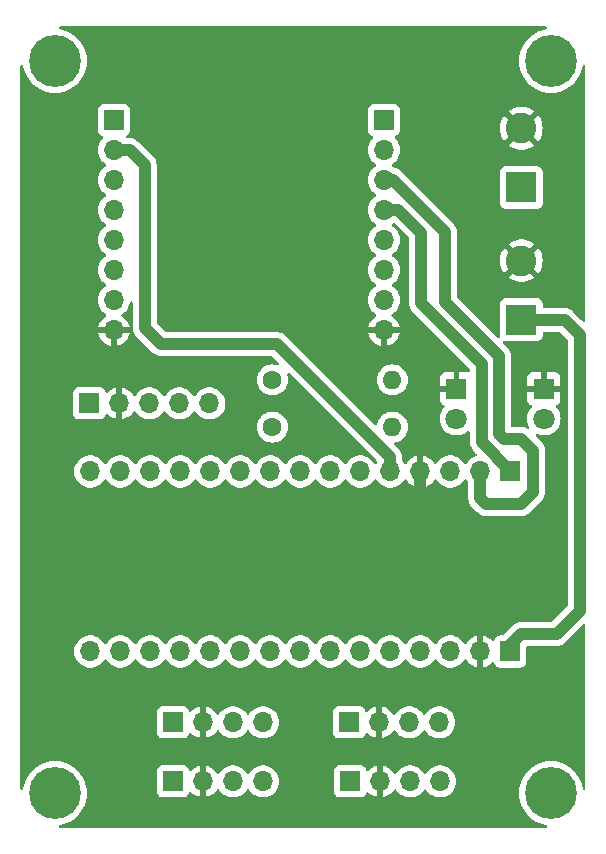
<source format=gbr>
%TF.GenerationSoftware,KiCad,Pcbnew,7.0.7-7.0.7~ubuntu20.04.1*%
%TF.CreationDate,2023-09-11T10:36:44-04:00*%
%TF.ProjectId,board_pf_cese,626f6172-645f-4706-965f-636573652e6b,rev?*%
%TF.SameCoordinates,Original*%
%TF.FileFunction,Copper,L2,Bot*%
%TF.FilePolarity,Positive*%
%FSLAX46Y46*%
G04 Gerber Fmt 4.6, Leading zero omitted, Abs format (unit mm)*
G04 Created by KiCad (PCBNEW 7.0.7-7.0.7~ubuntu20.04.1) date 2023-09-11 10:36:44*
%MOMM*%
%LPD*%
G01*
G04 APERTURE LIST*
%TA.AperFunction,ComponentPad*%
%ADD10C,4.400000*%
%TD*%
%TA.AperFunction,ComponentPad*%
%ADD11R,1.700000X1.700000*%
%TD*%
%TA.AperFunction,ComponentPad*%
%ADD12O,1.700000X1.700000*%
%TD*%
%TA.AperFunction,ComponentPad*%
%ADD13C,1.600000*%
%TD*%
%TA.AperFunction,ComponentPad*%
%ADD14O,1.600000X1.600000*%
%TD*%
%TA.AperFunction,ComponentPad*%
%ADD15R,2.600000X2.600000*%
%TD*%
%TA.AperFunction,ComponentPad*%
%ADD16C,2.600000*%
%TD*%
%TA.AperFunction,ComponentPad*%
%ADD17R,1.800000X1.800000*%
%TD*%
%TA.AperFunction,ComponentPad*%
%ADD18C,1.800000*%
%TD*%
%TA.AperFunction,Conductor*%
%ADD19C,1.000000*%
%TD*%
G04 APERTURE END LIST*
D10*
%TO.P,REF\u002A\u002A,1*%
%TO.N,N/C*%
X146000000Y-128000000D03*
%TD*%
D11*
%TO.P,J5,1,Pin_1*%
%TO.N,+3.3V*%
X129000000Y-127000000D03*
D12*
%TO.P,J5,2,Pin_2*%
%TO.N,GND*%
X131540000Y-127000000D03*
%TO.P,J5,3,Pin_3*%
%TO.N,/SCL*%
X134080000Y-127000000D03*
%TO.P,J5,4,Pin_4*%
%TO.N,/SDA*%
X136620000Y-127000000D03*
%TD*%
D11*
%TO.P,J8,1,Pin_1*%
%TO.N,unconnected-(J8-Pin_1-Pad1)*%
X109000000Y-71000000D03*
D12*
%TO.P,J8,2,Pin_2*%
%TO.N,/OR*%
X109000000Y-73540000D03*
%TO.P,J8,3,Pin_3*%
%TO.N,unconnected-(J8-Pin_3-Pad3)*%
X109000000Y-76080000D03*
%TO.P,J8,4,Pin_4*%
%TO.N,unconnected-(J8-Pin_4-Pad4)*%
X109000000Y-78620000D03*
%TO.P,J8,5,Pin_5*%
%TO.N,unconnected-(J8-Pin_5-Pad5)*%
X109000000Y-81160000D03*
%TO.P,J8,6,Pin_6*%
%TO.N,unconnected-(J8-Pin_6-Pad6)*%
X109000000Y-83700000D03*
%TO.P,J8,7,Pin_7*%
%TO.N,+3.3V*%
X109000000Y-86240000D03*
%TO.P,J8,8,Pin_8*%
%TO.N,GND*%
X109000000Y-88780000D03*
%TD*%
D10*
%TO.P,REF\u002A\u002A,1*%
%TO.N,N/C*%
X104000000Y-66000000D03*
%TD*%
D13*
%TO.P,R1,1*%
%TO.N,/SO*%
X122420000Y-97000000D03*
D14*
%TO.P,R1,2*%
%TO.N,Net-(D1-A)*%
X132580000Y-97000000D03*
%TD*%
D15*
%TO.P,J1,1,Pin_1*%
%TO.N,+5V*%
X143500000Y-76700000D03*
D16*
%TO.P,J1,2,Pin_2*%
%TO.N,GND*%
X143500000Y-71700000D03*
%TD*%
D17*
%TO.P,D2,1,K*%
%TO.N,GND*%
X138000000Y-93750000D03*
D18*
%TO.P,D2,2,A*%
%TO.N,Net-(D2-A)*%
X138000000Y-96290000D03*
%TD*%
D11*
%TO.P,J7,1,Pin_1*%
%TO.N,/M_RX*%
X142560000Y-100760000D03*
D12*
%TO.P,J7,2,Pin_2*%
%TO.N,/M_TX*%
X140020000Y-100760000D03*
%TO.P,J7,3,Pin_3*%
%TO.N,unconnected-(J7-Pin_3-Pad3)*%
X137480000Y-100760000D03*
%TO.P,J7,4,Pin_4*%
%TO.N,GND*%
X134940000Y-100760000D03*
%TO.P,J7,5,Pin_5*%
%TO.N,/OR*%
X132400000Y-100760000D03*
%TO.P,J7,6,Pin_6*%
%TO.N,/SO*%
X129860000Y-100760000D03*
%TO.P,J7,7,Pin_7*%
%TO.N,unconnected-(J7-Pin_7-Pad7)*%
X127320000Y-100760000D03*
%TO.P,J7,8,Pin_8*%
%TO.N,unconnected-(J7-Pin_8-Pad8)*%
X124780000Y-100760000D03*
%TO.P,J7,9,Pin_9*%
%TO.N,unconnected-(J7-Pin_9-Pad9)*%
X122240000Y-100760000D03*
%TO.P,J7,10,Pin_10*%
%TO.N,unconnected-(J7-Pin_10-Pad10)*%
X119700000Y-100760000D03*
%TO.P,J7,11,Pin_11*%
%TO.N,unconnected-(J7-Pin_11-Pad11)*%
X117160000Y-100760000D03*
%TO.P,J7,12,Pin_12*%
%TO.N,unconnected-(J7-Pin_12-Pad12)*%
X114620000Y-100760000D03*
%TO.P,J7,13,Pin_13*%
%TO.N,/SE*%
X112080000Y-100760000D03*
%TO.P,J7,14,Pin_14*%
%TO.N,unconnected-(J7-Pin_14-Pad14)*%
X109540000Y-100760000D03*
%TO.P,J7,15,Pin_15*%
%TO.N,/SDA*%
X107000000Y-100760000D03*
%TD*%
D10*
%TO.P,REF\u002A\u002A,1*%
%TO.N,N/C*%
X104000000Y-128000000D03*
%TD*%
%TO.P,REF\u002A\u002A,1*%
%TO.N,N/C*%
X146000000Y-66000000D03*
%TD*%
D11*
%TO.P,J3,1,Pin_1*%
%TO.N,+3.3V*%
X128920000Y-122000000D03*
D12*
%TO.P,J3,2,Pin_2*%
%TO.N,GND*%
X131460000Y-122000000D03*
%TO.P,J3,3,Pin_3*%
%TO.N,unconnected-(J3-Pin_3-Pad3)*%
X134000000Y-122000000D03*
%TO.P,J3,4,Pin_4*%
%TO.N,Net-(J3-Pin_4)*%
X136540000Y-122000000D03*
%TD*%
D13*
%TO.P,R2,1*%
%TO.N,/SE*%
X122420000Y-93000000D03*
D14*
%TO.P,R2,2*%
%TO.N,Net-(D2-A)*%
X132580000Y-93000000D03*
%TD*%
D11*
%TO.P,J9,1,Pin_1*%
%TO.N,unconnected-(J9-Pin_1-Pad1)*%
X131860000Y-71000000D03*
D12*
%TO.P,J9,2,Pin_2*%
%TO.N,unconnected-(J9-Pin_2-Pad2)*%
X131860000Y-73540000D03*
%TO.P,J9,3,Pin_3*%
%TO.N,/M_TX*%
X131860000Y-76080000D03*
%TO.P,J9,4,Pin_4*%
%TO.N,/M_RX*%
X131860000Y-78620000D03*
%TO.P,J9,5,Pin_5*%
%TO.N,unconnected-(J9-Pin_5-Pad5)*%
X131860000Y-81160000D03*
%TO.P,J9,6,Pin_6*%
%TO.N,unconnected-(J9-Pin_6-Pad6)*%
X131860000Y-83700000D03*
%TO.P,J9,7,Pin_7*%
%TO.N,+5V*%
X131860000Y-86240000D03*
%TO.P,J9,8,Pin_8*%
%TO.N,GND*%
X131860000Y-88780000D03*
%TD*%
D11*
%TO.P,J2,1,Pin_1*%
%TO.N,+3.3V*%
X114000000Y-122000000D03*
D12*
%TO.P,J2,2,Pin_2*%
%TO.N,GND*%
X116540000Y-122000000D03*
%TO.P,J2,3,Pin_3*%
%TO.N,unconnected-(J2-Pin_3-Pad3)*%
X119080000Y-122000000D03*
%TO.P,J2,4,Pin_4*%
%TO.N,Net-(J2-Pin_4)*%
X121620000Y-122000000D03*
%TD*%
D15*
%TO.P,J10,1,Pin_1*%
%TO.N,+12V*%
X143500000Y-87900000D03*
D16*
%TO.P,J10,2,Pin_2*%
%TO.N,GND*%
X143500000Y-82900000D03*
%TD*%
D17*
%TO.P,D1,1,K*%
%TO.N,GND*%
X145400000Y-93750000D03*
D18*
%TO.P,D1,2,A*%
%TO.N,Net-(D1-A)*%
X145400000Y-96290000D03*
%TD*%
D11*
%TO.P,J4,1,Pin_1*%
%TO.N,+3.3V*%
X114000000Y-127000000D03*
D12*
%TO.P,J4,2,Pin_2*%
%TO.N,GND*%
X116540000Y-127000000D03*
%TO.P,J4,3,Pin_3*%
%TO.N,Net-(J4-Pin_3)*%
X119080000Y-127000000D03*
%TO.P,J4,4,Pin_4*%
%TO.N,unconnected-(J4-Pin_4-Pad4)*%
X121620000Y-127000000D03*
%TD*%
D11*
%TO.P,J11,1,Pin_1*%
%TO.N,unconnected-(J11-Pin_1-Pad1)*%
X106920000Y-95000000D03*
D12*
%TO.P,J11,2,Pin_2*%
%TO.N,GND*%
X109460000Y-95000000D03*
%TO.P,J11,3,Pin_3*%
%TO.N,/UART2_TX*%
X112000000Y-95000000D03*
%TO.P,J11,4,Pin_4*%
%TO.N,unconnected-(J11-Pin_4-Pad4)*%
X114540000Y-95000000D03*
%TO.P,J11,5,Pin_5*%
%TO.N,unconnected-(J11-Pin_5-Pad5)*%
X117080000Y-95000000D03*
%TD*%
D11*
%TO.P,J6,1,Pin_1*%
%TO.N,+12V*%
X142560000Y-116000000D03*
D12*
%TO.P,J6,2,Pin_2*%
%TO.N,GND*%
X140020000Y-116000000D03*
%TO.P,J6,3,Pin_3*%
%TO.N,unconnected-(J6-Pin_3-Pad3)*%
X137480000Y-116000000D03*
%TO.P,J6,4,Pin_4*%
%TO.N,unconnected-(J6-Pin_4-Pad4)*%
X134940000Y-116000000D03*
%TO.P,J6,5,Pin_5*%
%TO.N,/UART2_TX*%
X132400000Y-116000000D03*
%TO.P,J6,6,Pin_6*%
%TO.N,/SCL*%
X129860000Y-116000000D03*
%TO.P,J6,7,Pin_7*%
%TO.N,unconnected-(J6-Pin_7-Pad7)*%
X127320000Y-116000000D03*
%TO.P,J6,8,Pin_8*%
%TO.N,Net-(J3-Pin_4)*%
X124780000Y-116000000D03*
%TO.P,J6,9,Pin_9*%
%TO.N,Net-(J2-Pin_4)*%
X122240000Y-116000000D03*
%TO.P,J6,10,Pin_10*%
%TO.N,Net-(J4-Pin_3)*%
X119700000Y-116000000D03*
%TO.P,J6,11,Pin_11*%
%TO.N,unconnected-(J6-Pin_11-Pad11)*%
X117160000Y-116000000D03*
%TO.P,J6,12,Pin_12*%
%TO.N,unconnected-(J6-Pin_12-Pad12)*%
X114620000Y-116000000D03*
%TO.P,J6,13,Pin_13*%
%TO.N,unconnected-(J6-Pin_13-Pad13)*%
X112080000Y-116000000D03*
%TO.P,J6,14,Pin_14*%
%TO.N,+3.3V*%
X109540000Y-116000000D03*
%TO.P,J6,15,Pin_15*%
%TO.N,unconnected-(J6-Pin_15-Pad15)*%
X107000000Y-116000000D03*
%TD*%
D19*
%TO.N,GND*%
X134940000Y-100760000D02*
X134940000Y-103060000D01*
X138000000Y-93750000D02*
X138000000Y-93500000D01*
%TO.N,/M_TX*%
X141626296Y-91004976D02*
X141626296Y-97628680D01*
X140020000Y-103020000D02*
X140020000Y-100760000D01*
X141997616Y-98000000D02*
X143500000Y-98000000D01*
X131860000Y-76080000D02*
X132643401Y-76080000D01*
X132643401Y-76080000D02*
X137060660Y-80497259D01*
X141626296Y-97628680D02*
X141997616Y-98000000D01*
X137060660Y-86439340D02*
X141626296Y-91004976D01*
X137060660Y-80497259D02*
X137060660Y-86439340D01*
X144500000Y-102500000D02*
X143500000Y-103500000D01*
X140500000Y-103500000D02*
X140020000Y-103020000D01*
X143500000Y-98000000D02*
X144500000Y-99000000D01*
X144500000Y-99000000D02*
X144500000Y-102500000D01*
X143500000Y-103500000D02*
X140500000Y-103500000D01*
%TO.N,/M_RX*%
X142560000Y-100683704D02*
X142560000Y-100760000D01*
X131860000Y-78620000D02*
X133062081Y-78620000D01*
X133062081Y-78620000D02*
X135000000Y-80557919D01*
X140126296Y-98250000D02*
X142560000Y-100683704D01*
X140126296Y-91626296D02*
X140126296Y-98250000D01*
X135000000Y-80557919D02*
X135000000Y-86500000D01*
X135000000Y-86500000D02*
X140126296Y-91626296D01*
%TO.N,/OR*%
X122842081Y-90000000D02*
X132400000Y-99557919D01*
X111600000Y-88600000D02*
X113000000Y-90000000D01*
X113000000Y-90000000D02*
X122842081Y-90000000D01*
X110340000Y-73540000D02*
X111600000Y-74800000D01*
X109000000Y-73540000D02*
X110340000Y-73540000D01*
X132400000Y-99557919D02*
X132400000Y-100760000D01*
X111600000Y-74800000D02*
X111600000Y-88600000D01*
%TO.N,+12V*%
X143500000Y-87900000D02*
X147150000Y-87900000D01*
X142560000Y-115440000D02*
X142560000Y-116000000D01*
X148425000Y-112575000D02*
X146500000Y-114500000D01*
X143500000Y-114500000D02*
X142560000Y-115440000D01*
X146500000Y-114500000D02*
X143500000Y-114500000D01*
X147150000Y-87900000D02*
X148425000Y-89175000D01*
X148425000Y-89175000D02*
X148425000Y-112575000D01*
%TD*%
%TA.AperFunction,Conductor*%
%TO.N,GND*%
G36*
X145635026Y-63095185D02*
G01*
X145680781Y-63147989D01*
X145690725Y-63217147D01*
X145661700Y-63280703D01*
X145602922Y-63318477D01*
X145590349Y-63321466D01*
X145350629Y-63365397D01*
X145350626Y-63365397D01*
X145350620Y-63365399D01*
X145037815Y-63462872D01*
X145037799Y-63462878D01*
X145037797Y-63462879D01*
X144994221Y-63482491D01*
X144738995Y-63597358D01*
X144458584Y-63766873D01*
X144200645Y-63968955D01*
X143968955Y-64200645D01*
X143766873Y-64458584D01*
X143597358Y-64738995D01*
X143462878Y-65037800D01*
X143462872Y-65037815D01*
X143365399Y-65350620D01*
X143306332Y-65672935D01*
X143286549Y-66000000D01*
X143306332Y-66327064D01*
X143306332Y-66327069D01*
X143306333Y-66327070D01*
X143365397Y-66649371D01*
X143365398Y-66649375D01*
X143365399Y-66649379D01*
X143462872Y-66962184D01*
X143462876Y-66962196D01*
X143462879Y-66962203D01*
X143597358Y-67261003D01*
X143597358Y-67261004D01*
X143766873Y-67541415D01*
X143968955Y-67799354D01*
X144200645Y-68031044D01*
X144200649Y-68031047D01*
X144458584Y-68233126D01*
X144738996Y-68402642D01*
X145037797Y-68537121D01*
X145037810Y-68537125D01*
X145037815Y-68537127D01*
X145246351Y-68602108D01*
X145350629Y-68634603D01*
X145672930Y-68693667D01*
X146000000Y-68713451D01*
X146327070Y-68693667D01*
X146649371Y-68634603D01*
X146962203Y-68537121D01*
X147261004Y-68402642D01*
X147541416Y-68233126D01*
X147799351Y-68031047D01*
X148031047Y-67799351D01*
X148233126Y-67541416D01*
X148402642Y-67261004D01*
X148537121Y-66962203D01*
X148634603Y-66649371D01*
X148678531Y-66409659D01*
X148709978Y-66347268D01*
X148770164Y-66311781D01*
X148839982Y-66314467D01*
X148897265Y-66354472D01*
X148923825Y-66419097D01*
X148924500Y-66432013D01*
X148924500Y-87948903D01*
X148904815Y-88015942D01*
X148852011Y-88061697D01*
X148782853Y-88071641D01*
X148719297Y-88042616D01*
X148712819Y-88036584D01*
X148574135Y-87897901D01*
X147900301Y-87224067D01*
X147896222Y-87219566D01*
X147866567Y-87183430D01*
X147713005Y-87057405D01*
X147712998Y-87057401D01*
X147537654Y-86963678D01*
X147536330Y-86963312D01*
X147347703Y-86906091D01*
X147215900Y-86893110D01*
X147150000Y-86886620D01*
X147149999Y-86886620D01*
X147103482Y-86891201D01*
X147097402Y-86891500D01*
X145432500Y-86891500D01*
X145365461Y-86871815D01*
X145319706Y-86819011D01*
X145308500Y-86767500D01*
X145308500Y-86551362D01*
X145308499Y-86551345D01*
X145302978Y-86499999D01*
X145301989Y-86490799D01*
X145298341Y-86481019D01*
X145267275Y-86397729D01*
X145250889Y-86353796D01*
X145163261Y-86236739D01*
X145046204Y-86149111D01*
X145046203Y-86149110D01*
X144909203Y-86098011D01*
X144848654Y-86091500D01*
X144848638Y-86091500D01*
X142151362Y-86091500D01*
X142151345Y-86091500D01*
X142090797Y-86098011D01*
X142090795Y-86098011D01*
X141953795Y-86149111D01*
X141836739Y-86236739D01*
X141749111Y-86353795D01*
X141698011Y-86490795D01*
X141698011Y-86490797D01*
X141691500Y-86551345D01*
X141691500Y-89248654D01*
X141698011Y-89309202D01*
X141701805Y-89319375D01*
X141706788Y-89389067D01*
X141673301Y-89450389D01*
X141611978Y-89483873D01*
X141542286Y-89478887D01*
X141497941Y-89450387D01*
X138105479Y-86057925D01*
X138071994Y-85996602D01*
X138069160Y-85970244D01*
X138069160Y-82900004D01*
X141694953Y-82900004D01*
X141715113Y-83169026D01*
X141715113Y-83169028D01*
X141775142Y-83432033D01*
X141775148Y-83432052D01*
X141873709Y-83683181D01*
X141873708Y-83683181D01*
X142008602Y-83916822D01*
X142062294Y-83984151D01*
X142782331Y-83264114D01*
X142843654Y-83230629D01*
X142913345Y-83235613D01*
X142969279Y-83277485D01*
X142974707Y-83285350D01*
X142995187Y-83317620D01*
X142995188Y-83317621D01*
X143114904Y-83430041D01*
X143118266Y-83432484D01*
X143120264Y-83435074D01*
X143120590Y-83435381D01*
X143120540Y-83435433D01*
X143160934Y-83487812D01*
X143166915Y-83557425D01*
X143134311Y-83619221D01*
X143133065Y-83620485D01*
X142414848Y-84338702D01*
X142597483Y-84463220D01*
X142597485Y-84463221D01*
X142840539Y-84580269D01*
X142840537Y-84580269D01*
X143098337Y-84659790D01*
X143098343Y-84659792D01*
X143365101Y-84699999D01*
X143365110Y-84700000D01*
X143634890Y-84700000D01*
X143634898Y-84699999D01*
X143901656Y-84659792D01*
X143901662Y-84659790D01*
X144159461Y-84580269D01*
X144402521Y-84463218D01*
X144585150Y-84338702D01*
X143863234Y-83616787D01*
X143829749Y-83555464D01*
X143834733Y-83485773D01*
X143876605Y-83429839D01*
X143877953Y-83428844D01*
X143948492Y-83377595D01*
X144034871Y-83273180D01*
X144092768Y-83234074D01*
X144162620Y-83232478D01*
X144218094Y-83264541D01*
X144937703Y-83984151D01*
X144937704Y-83984150D01*
X144991393Y-83916828D01*
X144991400Y-83916817D01*
X145126290Y-83683181D01*
X145224851Y-83432052D01*
X145224857Y-83432033D01*
X145284886Y-83169028D01*
X145284886Y-83169026D01*
X145305047Y-82900004D01*
X145305047Y-82899995D01*
X145284886Y-82630973D01*
X145284886Y-82630971D01*
X145224857Y-82367966D01*
X145224851Y-82367947D01*
X145126290Y-82116818D01*
X145126291Y-82116818D01*
X144991397Y-81883177D01*
X144937704Y-81815847D01*
X144217667Y-82535884D01*
X144156344Y-82569369D01*
X144086652Y-82564385D01*
X144030719Y-82522513D01*
X144025290Y-82514646D01*
X144009545Y-82489836D01*
X144004814Y-82482381D01*
X143940942Y-82422402D01*
X143885097Y-82369960D01*
X143881732Y-82367515D01*
X143879731Y-82364920D01*
X143879410Y-82364619D01*
X143879458Y-82364567D01*
X143839064Y-82312187D01*
X143833082Y-82242574D01*
X143865685Y-82180778D01*
X143866932Y-82179513D01*
X144585150Y-81461296D01*
X144402517Y-81336779D01*
X144402516Y-81336778D01*
X144159460Y-81219730D01*
X144159462Y-81219730D01*
X143901662Y-81140209D01*
X143901656Y-81140207D01*
X143634898Y-81100000D01*
X143365101Y-81100000D01*
X143098343Y-81140207D01*
X143098337Y-81140209D01*
X142840538Y-81219730D01*
X142597485Y-81336778D01*
X142597476Y-81336783D01*
X142414848Y-81461296D01*
X143136765Y-82183212D01*
X143170250Y-82244535D01*
X143165266Y-82314226D01*
X143123394Y-82370160D01*
X143121970Y-82371210D01*
X143051510Y-82422402D01*
X143051508Y-82422405D01*
X142965130Y-82526818D01*
X142907230Y-82565925D01*
X142837378Y-82567521D01*
X142781905Y-82535458D01*
X142062295Y-81815848D01*
X142008600Y-81883180D01*
X141873709Y-82116818D01*
X141775148Y-82367947D01*
X141775142Y-82367966D01*
X141715113Y-82630971D01*
X141715113Y-82630973D01*
X141694953Y-82899995D01*
X141694953Y-82900004D01*
X138069160Y-82900004D01*
X138069160Y-80549856D01*
X138069459Y-80543776D01*
X138072666Y-80511207D01*
X138074040Y-80497259D01*
X138054569Y-80299559D01*
X137997347Y-80110926D01*
X137996980Y-80109603D01*
X137903259Y-79934261D01*
X137903257Y-79934258D01*
X137833177Y-79848866D01*
X137808433Y-79818714D01*
X137808426Y-79818706D01*
X137777228Y-79780690D01*
X137741096Y-79751038D01*
X137736595Y-79746959D01*
X136038290Y-78048654D01*
X141691500Y-78048654D01*
X141698011Y-78109202D01*
X141698011Y-78109204D01*
X141749110Y-78246204D01*
X141749111Y-78246204D01*
X141836739Y-78363261D01*
X141953796Y-78450889D01*
X142090799Y-78501989D01*
X142118050Y-78504918D01*
X142151345Y-78508499D01*
X142151362Y-78508500D01*
X144848638Y-78508500D01*
X144848654Y-78508499D01*
X144875692Y-78505591D01*
X144909201Y-78501989D01*
X145046204Y-78450889D01*
X145163261Y-78363261D01*
X145250889Y-78246204D01*
X145301989Y-78109201D01*
X145305591Y-78075692D01*
X145308499Y-78048654D01*
X145308500Y-78048637D01*
X145308500Y-75351362D01*
X145308499Y-75351345D01*
X145305157Y-75320270D01*
X145301989Y-75290799D01*
X145284061Y-75242734D01*
X145279522Y-75230564D01*
X145250889Y-75153796D01*
X145163261Y-75036739D01*
X145046204Y-74949111D01*
X145018576Y-74938806D01*
X144909203Y-74898011D01*
X144848654Y-74891500D01*
X144848638Y-74891500D01*
X142151362Y-74891500D01*
X142151345Y-74891500D01*
X142090797Y-74898011D01*
X142090795Y-74898011D01*
X141953795Y-74949111D01*
X141836739Y-75036739D01*
X141749111Y-75153795D01*
X141698011Y-75290795D01*
X141698011Y-75290797D01*
X141691500Y-75351345D01*
X141691500Y-78048654D01*
X136038290Y-78048654D01*
X133393702Y-75404067D01*
X133389623Y-75399566D01*
X133359968Y-75363430D01*
X133206406Y-75237405D01*
X133206399Y-75237401D01*
X133031206Y-75143759D01*
X132841104Y-75086091D01*
X132841095Y-75086089D01*
X132823786Y-75084384D01*
X132759782Y-75058835D01*
X132605577Y-74938812D01*
X132605578Y-74938812D01*
X132605576Y-74938811D01*
X132569070Y-74919055D01*
X132519479Y-74869836D01*
X132504371Y-74801619D01*
X132528541Y-74736064D01*
X132569070Y-74700945D01*
X132569084Y-74700936D01*
X132605576Y-74681189D01*
X132783240Y-74542906D01*
X132935722Y-74377268D01*
X133058860Y-74188791D01*
X133149296Y-73982616D01*
X133204564Y-73764368D01*
X133223156Y-73540000D01*
X133219841Y-73500000D01*
X133204565Y-73315640D01*
X133204563Y-73315628D01*
X133149296Y-73097385D01*
X133058859Y-72891207D01*
X132935723Y-72702734D01*
X132935715Y-72702723D01*
X132790510Y-72544991D01*
X132759587Y-72482337D01*
X132767447Y-72412911D01*
X132811594Y-72358755D01*
X132838405Y-72344827D01*
X132939506Y-72307117D01*
X132956204Y-72300889D01*
X133073261Y-72213261D01*
X133160889Y-72096204D01*
X133211989Y-71959201D01*
X133215591Y-71925692D01*
X133218499Y-71898654D01*
X133218499Y-71898647D01*
X133218500Y-71898638D01*
X133218500Y-71700004D01*
X141694953Y-71700004D01*
X141715113Y-71969026D01*
X141715113Y-71969028D01*
X141775142Y-72232033D01*
X141775148Y-72232052D01*
X141873709Y-72483181D01*
X141873708Y-72483181D01*
X142008602Y-72716822D01*
X142062294Y-72784151D01*
X142782331Y-72064114D01*
X142843654Y-72030629D01*
X142913345Y-72035613D01*
X142969279Y-72077485D01*
X142974707Y-72085350D01*
X142995187Y-72117620D01*
X142995188Y-72117621D01*
X143114904Y-72230041D01*
X143118266Y-72232484D01*
X143120264Y-72235074D01*
X143120590Y-72235381D01*
X143120540Y-72235433D01*
X143160934Y-72287812D01*
X143166915Y-72357425D01*
X143134311Y-72419221D01*
X143133065Y-72420485D01*
X142414848Y-73138702D01*
X142597483Y-73263220D01*
X142597485Y-73263221D01*
X142840539Y-73380269D01*
X142840537Y-73380269D01*
X143098337Y-73459790D01*
X143098343Y-73459792D01*
X143365101Y-73499999D01*
X143365110Y-73500000D01*
X143634890Y-73500000D01*
X143634898Y-73499999D01*
X143901656Y-73459792D01*
X143901662Y-73459790D01*
X144159461Y-73380269D01*
X144402521Y-73263218D01*
X144585150Y-73138702D01*
X143863234Y-72416787D01*
X143829749Y-72355464D01*
X143834733Y-72285773D01*
X143876605Y-72229839D01*
X143877953Y-72228844D01*
X143948492Y-72177595D01*
X144034871Y-72073180D01*
X144092768Y-72034074D01*
X144162620Y-72032478D01*
X144218094Y-72064541D01*
X144937703Y-72784151D01*
X144937704Y-72784150D01*
X144991393Y-72716828D01*
X144991400Y-72716817D01*
X145126290Y-72483181D01*
X145224851Y-72232052D01*
X145224857Y-72232033D01*
X145284886Y-71969028D01*
X145284886Y-71969026D01*
X145305047Y-71700004D01*
X145305047Y-71699995D01*
X145284886Y-71430973D01*
X145284886Y-71430971D01*
X145224857Y-71167966D01*
X145224851Y-71167947D01*
X145126290Y-70916818D01*
X145126291Y-70916818D01*
X144991397Y-70683177D01*
X144937704Y-70615847D01*
X144217667Y-71335884D01*
X144156344Y-71369369D01*
X144086652Y-71364385D01*
X144030719Y-71322513D01*
X144025290Y-71314646D01*
X144023771Y-71312252D01*
X144004814Y-71282381D01*
X143940942Y-71222402D01*
X143885097Y-71169960D01*
X143881732Y-71167515D01*
X143879731Y-71164920D01*
X143879410Y-71164619D01*
X143879458Y-71164567D01*
X143839064Y-71112187D01*
X143833082Y-71042574D01*
X143865685Y-70980778D01*
X143866932Y-70979513D01*
X144585150Y-70261296D01*
X144402517Y-70136779D01*
X144402516Y-70136778D01*
X144159460Y-70019730D01*
X144159462Y-70019730D01*
X143901662Y-69940209D01*
X143901656Y-69940207D01*
X143634898Y-69900000D01*
X143365101Y-69900000D01*
X143098343Y-69940207D01*
X143098337Y-69940209D01*
X142840538Y-70019730D01*
X142597485Y-70136778D01*
X142597476Y-70136783D01*
X142414848Y-70261296D01*
X143136765Y-70983212D01*
X143170250Y-71044535D01*
X143165266Y-71114226D01*
X143123394Y-71170160D01*
X143121970Y-71171210D01*
X143051510Y-71222402D01*
X143051508Y-71222405D01*
X142965130Y-71326818D01*
X142907230Y-71365925D01*
X142837378Y-71367521D01*
X142781905Y-71335458D01*
X142062295Y-70615848D01*
X142008600Y-70683180D01*
X141873709Y-70916818D01*
X141775148Y-71167947D01*
X141775142Y-71167966D01*
X141715113Y-71430971D01*
X141715113Y-71430973D01*
X141694953Y-71699995D01*
X141694953Y-71700004D01*
X133218500Y-71700004D01*
X133218500Y-70101362D01*
X133218499Y-70101352D01*
X133218499Y-70101345D01*
X133215157Y-70070270D01*
X133211989Y-70040799D01*
X133160889Y-69903796D01*
X133073261Y-69786739D01*
X132956204Y-69699111D01*
X132956203Y-69699111D01*
X132819203Y-69648011D01*
X132758654Y-69641500D01*
X132758638Y-69641500D01*
X130961362Y-69641500D01*
X130961345Y-69641500D01*
X130900797Y-69648011D01*
X130900795Y-69648011D01*
X130763795Y-69699111D01*
X130646739Y-69786739D01*
X130559111Y-69903795D01*
X130508011Y-70040795D01*
X130508011Y-70040797D01*
X130501500Y-70101345D01*
X130501500Y-71898654D01*
X130508011Y-71959202D01*
X130508011Y-71959204D01*
X130535342Y-72032478D01*
X130559111Y-72096204D01*
X130646739Y-72213261D01*
X130763796Y-72300889D01*
X130815737Y-72320262D01*
X130881595Y-72344827D01*
X130937528Y-72386699D01*
X130961944Y-72452163D01*
X130947092Y-72520436D01*
X130929490Y-72544991D01*
X130784279Y-72702730D01*
X130784276Y-72702734D01*
X130661140Y-72891207D01*
X130570703Y-73097385D01*
X130515436Y-73315628D01*
X130515434Y-73315640D01*
X130496844Y-73539994D01*
X130496844Y-73540005D01*
X130515434Y-73764359D01*
X130515436Y-73764371D01*
X130570703Y-73982614D01*
X130661140Y-74188792D01*
X130784276Y-74377265D01*
X130784284Y-74377276D01*
X130936756Y-74542902D01*
X130936760Y-74542906D01*
X131114424Y-74681189D01*
X131114429Y-74681191D01*
X131114431Y-74681193D01*
X131150930Y-74700946D01*
X131200520Y-74750165D01*
X131215628Y-74818382D01*
X131191457Y-74883937D01*
X131150930Y-74919054D01*
X131114431Y-74938806D01*
X131114422Y-74938812D01*
X130936761Y-75077092D01*
X130936756Y-75077097D01*
X130784284Y-75242723D01*
X130784276Y-75242734D01*
X130661140Y-75431207D01*
X130570703Y-75637385D01*
X130515436Y-75855628D01*
X130515434Y-75855640D01*
X130496844Y-76079994D01*
X130496844Y-76080005D01*
X130515434Y-76304359D01*
X130515436Y-76304371D01*
X130570703Y-76522614D01*
X130661140Y-76728792D01*
X130784276Y-76917265D01*
X130784284Y-76917276D01*
X130936756Y-77082902D01*
X130936760Y-77082906D01*
X131114424Y-77221189D01*
X131150930Y-77240945D01*
X131200519Y-77290162D01*
X131215629Y-77358378D01*
X131191459Y-77423934D01*
X131150932Y-77459052D01*
X131114432Y-77478805D01*
X131114422Y-77478812D01*
X130936761Y-77617092D01*
X130936756Y-77617097D01*
X130784284Y-77782723D01*
X130784276Y-77782734D01*
X130661140Y-77971207D01*
X130570703Y-78177385D01*
X130515436Y-78395628D01*
X130515434Y-78395640D01*
X130496844Y-78619994D01*
X130496844Y-78620005D01*
X130515434Y-78844359D01*
X130515436Y-78844371D01*
X130570703Y-79062614D01*
X130661140Y-79268792D01*
X130784276Y-79457265D01*
X130784284Y-79457276D01*
X130936756Y-79622902D01*
X130936760Y-79622906D01*
X131114424Y-79761189D01*
X131114429Y-79761191D01*
X131114431Y-79761193D01*
X131150930Y-79780946D01*
X131200520Y-79830165D01*
X131215628Y-79898382D01*
X131191457Y-79963937D01*
X131150930Y-79999054D01*
X131114431Y-80018806D01*
X131114422Y-80018812D01*
X130936761Y-80157092D01*
X130936756Y-80157097D01*
X130784284Y-80322723D01*
X130784276Y-80322734D01*
X130661140Y-80511207D01*
X130570703Y-80717385D01*
X130515436Y-80935628D01*
X130515434Y-80935640D01*
X130496844Y-81159994D01*
X130496844Y-81160005D01*
X130515434Y-81384359D01*
X130515436Y-81384371D01*
X130570703Y-81602614D01*
X130661140Y-81808792D01*
X130784276Y-81997265D01*
X130784284Y-81997276D01*
X130936756Y-82162902D01*
X130936760Y-82162906D01*
X131114424Y-82301189D01*
X131114429Y-82301191D01*
X131114431Y-82301193D01*
X131150930Y-82320946D01*
X131200520Y-82370165D01*
X131215628Y-82438382D01*
X131191457Y-82503937D01*
X131150930Y-82539054D01*
X131114431Y-82558806D01*
X131114422Y-82558812D01*
X130936761Y-82697092D01*
X130936756Y-82697097D01*
X130784284Y-82862723D01*
X130784276Y-82862734D01*
X130661140Y-83051207D01*
X130570703Y-83257385D01*
X130515436Y-83475628D01*
X130515434Y-83475640D01*
X130496844Y-83699994D01*
X130496844Y-83700005D01*
X130515434Y-83924359D01*
X130515436Y-83924371D01*
X130570703Y-84142614D01*
X130661140Y-84348792D01*
X130784276Y-84537265D01*
X130784284Y-84537276D01*
X130936756Y-84702902D01*
X130936760Y-84702906D01*
X131114424Y-84841189D01*
X131114429Y-84841191D01*
X131114431Y-84841193D01*
X131150930Y-84860946D01*
X131200520Y-84910165D01*
X131215628Y-84978382D01*
X131191457Y-85043937D01*
X131150930Y-85079054D01*
X131114431Y-85098806D01*
X131114422Y-85098812D01*
X130936761Y-85237092D01*
X130936756Y-85237097D01*
X130784284Y-85402723D01*
X130784276Y-85402734D01*
X130661140Y-85591207D01*
X130570703Y-85797385D01*
X130515436Y-86015628D01*
X130515434Y-86015640D01*
X130496844Y-86239994D01*
X130496844Y-86240005D01*
X130515434Y-86464359D01*
X130515436Y-86464371D01*
X130570703Y-86682614D01*
X130661140Y-86888792D01*
X130784276Y-87077265D01*
X130784284Y-87077276D01*
X130919427Y-87224078D01*
X130936760Y-87242906D01*
X131114424Y-87381189D01*
X131157693Y-87404605D01*
X131157695Y-87404606D01*
X131207286Y-87453825D01*
X131222394Y-87522042D01*
X131198224Y-87587597D01*
X131169802Y-87615236D01*
X130988922Y-87741890D01*
X130988920Y-87741891D01*
X130821891Y-87908920D01*
X130821886Y-87908926D01*
X130686400Y-88102420D01*
X130686399Y-88102422D01*
X130586570Y-88316507D01*
X130586567Y-88316513D01*
X130529364Y-88529999D01*
X130529364Y-88530000D01*
X131246653Y-88530000D01*
X131313692Y-88549685D01*
X131359447Y-88602489D01*
X131369391Y-88671647D01*
X131365631Y-88688933D01*
X131360000Y-88708111D01*
X131360000Y-88851888D01*
X131365631Y-88871067D01*
X131365630Y-88940936D01*
X131327855Y-88999714D01*
X131264299Y-89028738D01*
X131246653Y-89030000D01*
X130529364Y-89030000D01*
X130586567Y-89243486D01*
X130586570Y-89243492D01*
X130686399Y-89457578D01*
X130821894Y-89651082D01*
X130988917Y-89818105D01*
X131182421Y-89953600D01*
X131396507Y-90053429D01*
X131396516Y-90053433D01*
X131610000Y-90110634D01*
X131610000Y-89392301D01*
X131629685Y-89325262D01*
X131682489Y-89279507D01*
X131751647Y-89269563D01*
X131824237Y-89280000D01*
X131824238Y-89280000D01*
X131895762Y-89280000D01*
X131895763Y-89280000D01*
X131968353Y-89269563D01*
X132037512Y-89279507D01*
X132090315Y-89325262D01*
X132110000Y-89392301D01*
X132110000Y-90110633D01*
X132323483Y-90053433D01*
X132323492Y-90053429D01*
X132537578Y-89953600D01*
X132731082Y-89818105D01*
X132898105Y-89651082D01*
X133033600Y-89457578D01*
X133133429Y-89243492D01*
X133133432Y-89243486D01*
X133190636Y-89030000D01*
X132473347Y-89030000D01*
X132406308Y-89010315D01*
X132360553Y-88957511D01*
X132350609Y-88888353D01*
X132354369Y-88871067D01*
X132360000Y-88851888D01*
X132360000Y-88708111D01*
X132354369Y-88688933D01*
X132354370Y-88619064D01*
X132392145Y-88560286D01*
X132455701Y-88531262D01*
X132473347Y-88530000D01*
X133190636Y-88530000D01*
X133190635Y-88529999D01*
X133133432Y-88316513D01*
X133133429Y-88316507D01*
X133033600Y-88102422D01*
X133033599Y-88102420D01*
X132898113Y-87908926D01*
X132898108Y-87908920D01*
X132731082Y-87741894D01*
X132550197Y-87615236D01*
X132506572Y-87560659D01*
X132499380Y-87491160D01*
X132530902Y-87428806D01*
X132562300Y-87404608D01*
X132605576Y-87381189D01*
X132783240Y-87242906D01*
X132935722Y-87077268D01*
X133058860Y-86888791D01*
X133149296Y-86682616D01*
X133204564Y-86464368D01*
X133205466Y-86453481D01*
X133223156Y-86240005D01*
X133223156Y-86239994D01*
X133204565Y-86015640D01*
X133204563Y-86015628D01*
X133149296Y-85797385D01*
X133058859Y-85591207D01*
X132935723Y-85402734D01*
X132935715Y-85402723D01*
X132783243Y-85237097D01*
X132783238Y-85237092D01*
X132605577Y-85098812D01*
X132605578Y-85098812D01*
X132605576Y-85098811D01*
X132569070Y-85079055D01*
X132519479Y-85029836D01*
X132504371Y-84961619D01*
X132528541Y-84896064D01*
X132569070Y-84860945D01*
X132569084Y-84860936D01*
X132605576Y-84841189D01*
X132783240Y-84702906D01*
X132935722Y-84537268D01*
X133058860Y-84348791D01*
X133149296Y-84142616D01*
X133204564Y-83924368D01*
X133205189Y-83916828D01*
X133223156Y-83700005D01*
X133223156Y-83699994D01*
X133204565Y-83475640D01*
X133204563Y-83475628D01*
X133193019Y-83430041D01*
X133149296Y-83257384D01*
X133058860Y-83051209D01*
X133040277Y-83022766D01*
X132935723Y-82862734D01*
X132935715Y-82862723D01*
X132783243Y-82697097D01*
X132783238Y-82697092D01*
X132605577Y-82558812D01*
X132605578Y-82558812D01*
X132605576Y-82558811D01*
X132569070Y-82539055D01*
X132519479Y-82489836D01*
X132504371Y-82421619D01*
X132528541Y-82356064D01*
X132569070Y-82320945D01*
X132569084Y-82320936D01*
X132605576Y-82301189D01*
X132783240Y-82162906D01*
X132935722Y-81997268D01*
X133058860Y-81808791D01*
X133149296Y-81602616D01*
X133204564Y-81384368D01*
X133208507Y-81336783D01*
X133223156Y-81160005D01*
X133223156Y-81159994D01*
X133204565Y-80935640D01*
X133204563Y-80935628D01*
X133149296Y-80717385D01*
X133058859Y-80511207D01*
X132935723Y-80322734D01*
X132935715Y-80322723D01*
X132783243Y-80157097D01*
X132783238Y-80157092D01*
X132605577Y-80018812D01*
X132605578Y-80018812D01*
X132605576Y-80018811D01*
X132569070Y-79999055D01*
X132519479Y-79949836D01*
X132504371Y-79881619D01*
X132528541Y-79816064D01*
X132569070Y-79780945D01*
X132569541Y-79780690D01*
X132605576Y-79761189D01*
X132615575Y-79753406D01*
X132680566Y-79727761D01*
X132749107Y-79741323D01*
X132779422Y-79763575D01*
X133955182Y-80939335D01*
X133988666Y-81000656D01*
X133991500Y-81027014D01*
X133991500Y-86447401D01*
X133991201Y-86453481D01*
X133987526Y-86490797D01*
X133986620Y-86500000D01*
X133996355Y-86598850D01*
X134006091Y-86697702D01*
X134038035Y-86803004D01*
X134063760Y-86887808D01*
X134157401Y-87062998D01*
X134157405Y-87063005D01*
X134283430Y-87216567D01*
X134292583Y-87224078D01*
X134315526Y-87242907D01*
X134319566Y-87246222D01*
X134324067Y-87250301D01*
X136717862Y-89644096D01*
X139081477Y-92007711D01*
X139114962Y-92069034D01*
X139117796Y-92095392D01*
X139117796Y-92230227D01*
X139098111Y-92297266D01*
X139045307Y-92343021D01*
X138980541Y-92353517D01*
X138947828Y-92350000D01*
X138250000Y-92350000D01*
X138250000Y-93188178D01*
X138230315Y-93255217D01*
X138177511Y-93300972D01*
X138108353Y-93310916D01*
X138089454Y-93306670D01*
X138067829Y-93300000D01*
X138067827Y-93300000D01*
X137966276Y-93300000D01*
X137966268Y-93300000D01*
X137892481Y-93311122D01*
X137823256Y-93301649D01*
X137770143Y-93256254D01*
X137750003Y-93189350D01*
X137750000Y-93188507D01*
X137750000Y-92350000D01*
X137052155Y-92350000D01*
X136992627Y-92356401D01*
X136992620Y-92356403D01*
X136857913Y-92406645D01*
X136857906Y-92406649D01*
X136742812Y-92492809D01*
X136742809Y-92492812D01*
X136656649Y-92607906D01*
X136656645Y-92607913D01*
X136606403Y-92742620D01*
X136606401Y-92742627D01*
X136600000Y-92802155D01*
X136600000Y-93500000D01*
X137439997Y-93500000D01*
X137507036Y-93519685D01*
X137552791Y-93572489D01*
X137562735Y-93641647D01*
X137560888Y-93651592D01*
X137546189Y-93715992D01*
X137546189Y-93715993D01*
X137557021Y-93860532D01*
X137554920Y-93860689D01*
X137551405Y-93918139D01*
X137510110Y-93974499D01*
X137444899Y-93999587D01*
X137434784Y-94000000D01*
X136600000Y-94000000D01*
X136600000Y-94697844D01*
X136606401Y-94757372D01*
X136606403Y-94757379D01*
X136656645Y-94892086D01*
X136656649Y-94892093D01*
X136742809Y-95007187D01*
X136742812Y-95007190D01*
X136857906Y-95093350D01*
X136857915Y-95093355D01*
X136930175Y-95120306D01*
X136986109Y-95162177D01*
X137010527Y-95227641D01*
X136995676Y-95295914D01*
X136978073Y-95320470D01*
X136884686Y-95421916D01*
X136757015Y-95617331D01*
X136663251Y-95831092D01*
X136605948Y-96057377D01*
X136586673Y-96289994D01*
X136586673Y-96290005D01*
X136605948Y-96522622D01*
X136663251Y-96748907D01*
X136757015Y-96962668D01*
X136884686Y-97158084D01*
X136949131Y-97228089D01*
X137042780Y-97329818D01*
X137226983Y-97473190D01*
X137226985Y-97473191D01*
X137226988Y-97473193D01*
X137346331Y-97537777D01*
X137432273Y-97584287D01*
X137501731Y-97608132D01*
X137653045Y-97660079D01*
X137653047Y-97660079D01*
X137653049Y-97660080D01*
X137883288Y-97698500D01*
X137883289Y-97698500D01*
X138116711Y-97698500D01*
X138116712Y-97698500D01*
X138346951Y-97660080D01*
X138567727Y-97584287D01*
X138773017Y-97473190D01*
X138917635Y-97360627D01*
X138982627Y-97334986D01*
X139051167Y-97348552D01*
X139101492Y-97397020D01*
X139117796Y-97458482D01*
X139117796Y-98197401D01*
X139117497Y-98203481D01*
X139112916Y-98249999D01*
X139132387Y-98447702D01*
X139167670Y-98564011D01*
X139190056Y-98637808D01*
X139283697Y-98812998D01*
X139283701Y-98813005D01*
X139409726Y-98966567D01*
X139445862Y-98996222D01*
X139450363Y-99000301D01*
X139608920Y-99158858D01*
X139696210Y-99246148D01*
X139729695Y-99307471D01*
X139724711Y-99377163D01*
X139682839Y-99433096D01*
X139648793Y-99451110D01*
X139472426Y-99511658D01*
X139472419Y-99511661D01*
X139274427Y-99618808D01*
X139274422Y-99618812D01*
X139096761Y-99757092D01*
X139096756Y-99757097D01*
X138944284Y-99922723D01*
X138944276Y-99922734D01*
X138853808Y-100061206D01*
X138800662Y-100106562D01*
X138731431Y-100115986D01*
X138668095Y-100086484D01*
X138646192Y-100061206D01*
X138555723Y-99922734D01*
X138555715Y-99922723D01*
X138403243Y-99757097D01*
X138403238Y-99757092D01*
X138225577Y-99618812D01*
X138225572Y-99618808D01*
X138027580Y-99511661D01*
X138027577Y-99511659D01*
X138027574Y-99511658D01*
X138027571Y-99511657D01*
X138027569Y-99511656D01*
X137814637Y-99438556D01*
X137592569Y-99401500D01*
X137367431Y-99401500D01*
X137145362Y-99438556D01*
X136932430Y-99511656D01*
X136932419Y-99511661D01*
X136734427Y-99618808D01*
X136734422Y-99618812D01*
X136556761Y-99757092D01*
X136556756Y-99757097D01*
X136404284Y-99922723D01*
X136404276Y-99922734D01*
X136310251Y-100066650D01*
X136257105Y-100112007D01*
X136187873Y-100121430D01*
X136124538Y-100091928D01*
X136104868Y-100069951D01*
X135978113Y-99888926D01*
X135978108Y-99888920D01*
X135811082Y-99721894D01*
X135617578Y-99586399D01*
X135403492Y-99486570D01*
X135403486Y-99486567D01*
X135190000Y-99429364D01*
X135190000Y-100147698D01*
X135170315Y-100214737D01*
X135117511Y-100260492D01*
X135048355Y-100270436D01*
X134975766Y-100260000D01*
X134975763Y-100260000D01*
X134904237Y-100260000D01*
X134904233Y-100260000D01*
X134831645Y-100270436D01*
X134762487Y-100260492D01*
X134709684Y-100214736D01*
X134690000Y-100147698D01*
X134690000Y-99429364D01*
X134689999Y-99429364D01*
X134476513Y-99486567D01*
X134476507Y-99486570D01*
X134262422Y-99586399D01*
X134262420Y-99586400D01*
X134068926Y-99721886D01*
X134068920Y-99721891D01*
X133901891Y-99888920D01*
X133901890Y-99888922D01*
X133775131Y-100069952D01*
X133720554Y-100113577D01*
X133651055Y-100120769D01*
X133588701Y-100089247D01*
X133569752Y-100066656D01*
X133475722Y-99922732D01*
X133441270Y-99885307D01*
X133410348Y-99822654D01*
X133408500Y-99801325D01*
X133408500Y-99610516D01*
X133408799Y-99604436D01*
X133413380Y-99557919D01*
X133406353Y-99486570D01*
X133393909Y-99360219D01*
X133336687Y-99171586D01*
X133336320Y-99170263D01*
X133242598Y-98994920D01*
X133242594Y-98994913D01*
X133116568Y-98841351D01*
X133080432Y-98811695D01*
X133075930Y-98807615D01*
X132765759Y-98497444D01*
X132732275Y-98436122D01*
X132737259Y-98366430D01*
X132779131Y-98310497D01*
X132821344Y-98289990D01*
X133029243Y-98234284D01*
X133236749Y-98137523D01*
X133424300Y-98006198D01*
X133586198Y-97844300D01*
X133717523Y-97656749D01*
X133814284Y-97449243D01*
X133873543Y-97228087D01*
X133893498Y-97000000D01*
X133892327Y-96986620D01*
X133880273Y-96848841D01*
X133873543Y-96771913D01*
X133814284Y-96550757D01*
X133801166Y-96522626D01*
X133775736Y-96468091D01*
X133717523Y-96343251D01*
X133586198Y-96155700D01*
X133424300Y-95993802D01*
X133236749Y-95862477D01*
X133236745Y-95862475D01*
X133029249Y-95765718D01*
X133029238Y-95765714D01*
X132808089Y-95706457D01*
X132808081Y-95706456D01*
X132580002Y-95686502D01*
X132579998Y-95686502D01*
X132351918Y-95706456D01*
X132351910Y-95706457D01*
X132130761Y-95765714D01*
X132130750Y-95765718D01*
X131923254Y-95862475D01*
X131923252Y-95862476D01*
X131871608Y-95898638D01*
X131735700Y-95993802D01*
X131735698Y-95993803D01*
X131735695Y-95993806D01*
X131573806Y-96155695D01*
X131573803Y-96155698D01*
X131573802Y-96155700D01*
X131491767Y-96272856D01*
X131442476Y-96343252D01*
X131442475Y-96343254D01*
X131345718Y-96550750D01*
X131345714Y-96550762D01*
X131290010Y-96758652D01*
X131253645Y-96818312D01*
X131190798Y-96848841D01*
X131121422Y-96840546D01*
X131082554Y-96814239D01*
X127456493Y-93188178D01*
X127268316Y-93000001D01*
X131266502Y-93000001D01*
X131286456Y-93228081D01*
X131286457Y-93228089D01*
X131345714Y-93449238D01*
X131345718Y-93449249D01*
X131434345Y-93639310D01*
X131442477Y-93656749D01*
X131573802Y-93844300D01*
X131735700Y-94006198D01*
X131923251Y-94137523D01*
X131977317Y-94162734D01*
X132130750Y-94234281D01*
X132130752Y-94234281D01*
X132130757Y-94234284D01*
X132351913Y-94293543D01*
X132501727Y-94306650D01*
X132579998Y-94313498D01*
X132580000Y-94313498D01*
X132580002Y-94313498D01*
X132637021Y-94308509D01*
X132808087Y-94293543D01*
X133029243Y-94234284D01*
X133236749Y-94137523D01*
X133424300Y-94006198D01*
X133586198Y-93844300D01*
X133717523Y-93656749D01*
X133814284Y-93449243D01*
X133873543Y-93228087D01*
X133893498Y-93000000D01*
X133873543Y-92771913D01*
X133814284Y-92550757D01*
X133717523Y-92343251D01*
X133586198Y-92155700D01*
X133424300Y-91993802D01*
X133236749Y-91862477D01*
X133236745Y-91862475D01*
X133029249Y-91765718D01*
X133029238Y-91765714D01*
X132808089Y-91706457D01*
X132808081Y-91706456D01*
X132580002Y-91686502D01*
X132579998Y-91686502D01*
X132351918Y-91706456D01*
X132351910Y-91706457D01*
X132130761Y-91765714D01*
X132130750Y-91765718D01*
X131923254Y-91862475D01*
X131923252Y-91862476D01*
X131923249Y-91862477D01*
X131923251Y-91862477D01*
X131735700Y-91993802D01*
X131735698Y-91993803D01*
X131735695Y-91993806D01*
X131573806Y-92155695D01*
X131573803Y-92155698D01*
X131573802Y-92155700D01*
X131491767Y-92272856D01*
X131442476Y-92343252D01*
X131442475Y-92343254D01*
X131345718Y-92550750D01*
X131345714Y-92550761D01*
X131286457Y-92771910D01*
X131286456Y-92771918D01*
X131266502Y-92999998D01*
X131266502Y-93000001D01*
X127268316Y-93000001D01*
X123592382Y-89324067D01*
X123588303Y-89319566D01*
X123588146Y-89319375D01*
X123578683Y-89307844D01*
X123558648Y-89283430D01*
X123405086Y-89157405D01*
X123231244Y-89064485D01*
X123230047Y-89063807D01*
X123039780Y-89006090D01*
X122854143Y-88987808D01*
X122842081Y-88986620D01*
X122842080Y-88986620D01*
X122795563Y-88991201D01*
X122789483Y-88991500D01*
X113469096Y-88991500D01*
X113402057Y-88971815D01*
X113381415Y-88955181D01*
X112644819Y-88218584D01*
X112611334Y-88157261D01*
X112608500Y-88130903D01*
X112608500Y-74852597D01*
X112608799Y-74846517D01*
X112610262Y-74831658D01*
X112613380Y-74800000D01*
X112593909Y-74602299D01*
X112536241Y-74412196D01*
X112453056Y-74256568D01*
X112442595Y-74236996D01*
X112316568Y-74083432D01*
X112280430Y-74053774D01*
X112275930Y-74049696D01*
X111090301Y-72864067D01*
X111086222Y-72859566D01*
X111056567Y-72823430D01*
X110903005Y-72697405D01*
X110902998Y-72697401D01*
X110727654Y-72603678D01*
X110726330Y-72603312D01*
X110537703Y-72546091D01*
X110405900Y-72533110D01*
X110340000Y-72526620D01*
X110339999Y-72526620D01*
X110293482Y-72531201D01*
X110287402Y-72531500D01*
X110159699Y-72531500D01*
X110092660Y-72511815D01*
X110046905Y-72459011D01*
X110036961Y-72389853D01*
X110065986Y-72326297D01*
X110089787Y-72307117D01*
X110089104Y-72306204D01*
X110096205Y-72300888D01*
X110213261Y-72213261D01*
X110300889Y-72096204D01*
X110351989Y-71959201D01*
X110355591Y-71925692D01*
X110358499Y-71898654D01*
X110358500Y-71898637D01*
X110358500Y-70101362D01*
X110358499Y-70101345D01*
X110355157Y-70070270D01*
X110351989Y-70040799D01*
X110300889Y-69903796D01*
X110213261Y-69786739D01*
X110096204Y-69699111D01*
X110096203Y-69699110D01*
X109959203Y-69648011D01*
X109898654Y-69641500D01*
X109898638Y-69641500D01*
X108101362Y-69641500D01*
X108101345Y-69641500D01*
X108040797Y-69648011D01*
X108040795Y-69648011D01*
X107903795Y-69699111D01*
X107786739Y-69786739D01*
X107699111Y-69903795D01*
X107648011Y-70040795D01*
X107648011Y-70040797D01*
X107641500Y-70101345D01*
X107641500Y-71898654D01*
X107648011Y-71959202D01*
X107648011Y-71959204D01*
X107675342Y-72032478D01*
X107699111Y-72096204D01*
X107786739Y-72213261D01*
X107903796Y-72300889D01*
X107955737Y-72320262D01*
X108021595Y-72344827D01*
X108077528Y-72386699D01*
X108101944Y-72452163D01*
X108087092Y-72520436D01*
X108069490Y-72544991D01*
X107924279Y-72702730D01*
X107924276Y-72702734D01*
X107801140Y-72891207D01*
X107710703Y-73097385D01*
X107655436Y-73315628D01*
X107655434Y-73315640D01*
X107636844Y-73539994D01*
X107636844Y-73540005D01*
X107655434Y-73764359D01*
X107655436Y-73764371D01*
X107710703Y-73982614D01*
X107801140Y-74188792D01*
X107924276Y-74377265D01*
X107924284Y-74377276D01*
X108076756Y-74542902D01*
X108076760Y-74542906D01*
X108254424Y-74681189D01*
X108254429Y-74681191D01*
X108254431Y-74681193D01*
X108290930Y-74700946D01*
X108340520Y-74750165D01*
X108355628Y-74818382D01*
X108331457Y-74883937D01*
X108290930Y-74919054D01*
X108254431Y-74938806D01*
X108254422Y-74938812D01*
X108076761Y-75077092D01*
X108076756Y-75077097D01*
X107924284Y-75242723D01*
X107924276Y-75242734D01*
X107801140Y-75431207D01*
X107710703Y-75637385D01*
X107655436Y-75855628D01*
X107655434Y-75855640D01*
X107636844Y-76079994D01*
X107636844Y-76080005D01*
X107655434Y-76304359D01*
X107655436Y-76304371D01*
X107710703Y-76522614D01*
X107801140Y-76728792D01*
X107924276Y-76917265D01*
X107924284Y-76917276D01*
X108076756Y-77082902D01*
X108076760Y-77082906D01*
X108254424Y-77221189D01*
X108290930Y-77240945D01*
X108340519Y-77290162D01*
X108355629Y-77358378D01*
X108331459Y-77423934D01*
X108290932Y-77459052D01*
X108254432Y-77478805D01*
X108254422Y-77478812D01*
X108076761Y-77617092D01*
X108076756Y-77617097D01*
X107924284Y-77782723D01*
X107924276Y-77782734D01*
X107801140Y-77971207D01*
X107710703Y-78177385D01*
X107655436Y-78395628D01*
X107655434Y-78395640D01*
X107636844Y-78619994D01*
X107636844Y-78620005D01*
X107655434Y-78844359D01*
X107655436Y-78844371D01*
X107710703Y-79062614D01*
X107801140Y-79268792D01*
X107924276Y-79457265D01*
X107924284Y-79457276D01*
X108076756Y-79622902D01*
X108076760Y-79622906D01*
X108254424Y-79761189D01*
X108254429Y-79761191D01*
X108254431Y-79761193D01*
X108290930Y-79780946D01*
X108340520Y-79830165D01*
X108355628Y-79898382D01*
X108331457Y-79963937D01*
X108290930Y-79999054D01*
X108254431Y-80018806D01*
X108254422Y-80018812D01*
X108076761Y-80157092D01*
X108076756Y-80157097D01*
X107924284Y-80322723D01*
X107924276Y-80322734D01*
X107801140Y-80511207D01*
X107710703Y-80717385D01*
X107655436Y-80935628D01*
X107655434Y-80935640D01*
X107636844Y-81159994D01*
X107636844Y-81160005D01*
X107655434Y-81384359D01*
X107655436Y-81384371D01*
X107710703Y-81602614D01*
X107801140Y-81808792D01*
X107924276Y-81997265D01*
X107924284Y-81997276D01*
X108076756Y-82162902D01*
X108076760Y-82162906D01*
X108254424Y-82301189D01*
X108254429Y-82301191D01*
X108254431Y-82301193D01*
X108290930Y-82320946D01*
X108340520Y-82370165D01*
X108355628Y-82438382D01*
X108331457Y-82503937D01*
X108290930Y-82539054D01*
X108254431Y-82558806D01*
X108254422Y-82558812D01*
X108076761Y-82697092D01*
X108076756Y-82697097D01*
X107924284Y-82862723D01*
X107924276Y-82862734D01*
X107801140Y-83051207D01*
X107710703Y-83257385D01*
X107655436Y-83475628D01*
X107655434Y-83475640D01*
X107636844Y-83699994D01*
X107636844Y-83700005D01*
X107655434Y-83924359D01*
X107655436Y-83924371D01*
X107710703Y-84142614D01*
X107801140Y-84348792D01*
X107924276Y-84537265D01*
X107924284Y-84537276D01*
X108076756Y-84702902D01*
X108076760Y-84702906D01*
X108254424Y-84841189D01*
X108254429Y-84841191D01*
X108254431Y-84841193D01*
X108290930Y-84860946D01*
X108340520Y-84910165D01*
X108355628Y-84978382D01*
X108331457Y-85043937D01*
X108290930Y-85079054D01*
X108254431Y-85098806D01*
X108254422Y-85098812D01*
X108076761Y-85237092D01*
X108076756Y-85237097D01*
X107924284Y-85402723D01*
X107924276Y-85402734D01*
X107801140Y-85591207D01*
X107710703Y-85797385D01*
X107655436Y-86015628D01*
X107655434Y-86015640D01*
X107636844Y-86239994D01*
X107636844Y-86240005D01*
X107655434Y-86464359D01*
X107655436Y-86464371D01*
X107710703Y-86682614D01*
X107801140Y-86888792D01*
X107924276Y-87077265D01*
X107924284Y-87077276D01*
X108059427Y-87224078D01*
X108076760Y-87242906D01*
X108254424Y-87381189D01*
X108297693Y-87404605D01*
X108297695Y-87404606D01*
X108347286Y-87453825D01*
X108362394Y-87522042D01*
X108338224Y-87587597D01*
X108309802Y-87615236D01*
X108128922Y-87741890D01*
X108128920Y-87741891D01*
X107961891Y-87908920D01*
X107961886Y-87908926D01*
X107826400Y-88102420D01*
X107826399Y-88102422D01*
X107726570Y-88316507D01*
X107726567Y-88316513D01*
X107669364Y-88529999D01*
X107669364Y-88530000D01*
X108386653Y-88530000D01*
X108453692Y-88549685D01*
X108499447Y-88602489D01*
X108509391Y-88671647D01*
X108505631Y-88688933D01*
X108500000Y-88708111D01*
X108500000Y-88851888D01*
X108505631Y-88871067D01*
X108505630Y-88940936D01*
X108467855Y-88999714D01*
X108404299Y-89028738D01*
X108386653Y-89030000D01*
X107669364Y-89030000D01*
X107726567Y-89243486D01*
X107726570Y-89243492D01*
X107826399Y-89457578D01*
X107961894Y-89651082D01*
X108128917Y-89818105D01*
X108322421Y-89953600D01*
X108536507Y-90053429D01*
X108536516Y-90053433D01*
X108750000Y-90110634D01*
X108750000Y-89392301D01*
X108769685Y-89325262D01*
X108822489Y-89279507D01*
X108891647Y-89269563D01*
X108964237Y-89280000D01*
X108964238Y-89280000D01*
X109035762Y-89280000D01*
X109035763Y-89280000D01*
X109108353Y-89269563D01*
X109177512Y-89279507D01*
X109230315Y-89325262D01*
X109250000Y-89392301D01*
X109250000Y-90110633D01*
X109463483Y-90053433D01*
X109463492Y-90053429D01*
X109677578Y-89953600D01*
X109871082Y-89818105D01*
X110038105Y-89651082D01*
X110173600Y-89457578D01*
X110273429Y-89243492D01*
X110273432Y-89243486D01*
X110330636Y-89030000D01*
X109613347Y-89030000D01*
X109546308Y-89010315D01*
X109500553Y-88957511D01*
X109490609Y-88888353D01*
X109494369Y-88871067D01*
X109500000Y-88851888D01*
X109500000Y-88708111D01*
X109494369Y-88688933D01*
X109494370Y-88619064D01*
X109532145Y-88560286D01*
X109595701Y-88531262D01*
X109613347Y-88530000D01*
X110330636Y-88530000D01*
X110330635Y-88529999D01*
X110273432Y-88316513D01*
X110273429Y-88316507D01*
X110173600Y-88102422D01*
X110173599Y-88102420D01*
X110038113Y-87908926D01*
X110038108Y-87908920D01*
X109871082Y-87741894D01*
X109690197Y-87615236D01*
X109646572Y-87560659D01*
X109639380Y-87491160D01*
X109670902Y-87428806D01*
X109702300Y-87404608D01*
X109745576Y-87381189D01*
X109923240Y-87242906D01*
X110075722Y-87077268D01*
X110198860Y-86888791D01*
X110289296Y-86682616D01*
X110344564Y-86464368D01*
X110344564Y-86464356D01*
X110345190Y-86460616D01*
X110375637Y-86397729D01*
X110435250Y-86361286D01*
X110505102Y-86362858D01*
X110563016Y-86401945D01*
X110590604Y-86466137D01*
X110591500Y-86481019D01*
X110591500Y-88547401D01*
X110591201Y-88553481D01*
X110586620Y-88599999D01*
X110606090Y-88797700D01*
X110606091Y-88797704D01*
X110635276Y-88893908D01*
X110663760Y-88987808D01*
X110757401Y-89162998D01*
X110757405Y-89163005D01*
X110883430Y-89316567D01*
X110919566Y-89346222D01*
X110924067Y-89350301D01*
X112249696Y-90675930D01*
X112253776Y-90680432D01*
X112283432Y-90716568D01*
X112436994Y-90842594D01*
X112437001Y-90842598D01*
X112612194Y-90936240D01*
X112612196Y-90936241D01*
X112802299Y-90993909D01*
X113000000Y-91013380D01*
X113033482Y-91010082D01*
X113046518Y-91008799D01*
X113052598Y-91008500D01*
X122372985Y-91008500D01*
X122440024Y-91028185D01*
X122460666Y-91044819D01*
X122968649Y-91552802D01*
X123002134Y-91614125D01*
X122997150Y-91683817D01*
X122955278Y-91739750D01*
X122889814Y-91764167D01*
X122848874Y-91760258D01*
X122648089Y-91706457D01*
X122648081Y-91706456D01*
X122420002Y-91686502D01*
X122419998Y-91686502D01*
X122191918Y-91706456D01*
X122191910Y-91706457D01*
X121970761Y-91765714D01*
X121970750Y-91765718D01*
X121763254Y-91862475D01*
X121763252Y-91862476D01*
X121763249Y-91862477D01*
X121763251Y-91862477D01*
X121575700Y-91993802D01*
X121575698Y-91993803D01*
X121575695Y-91993806D01*
X121413806Y-92155695D01*
X121413803Y-92155698D01*
X121413802Y-92155700D01*
X121331767Y-92272856D01*
X121282476Y-92343252D01*
X121282475Y-92343254D01*
X121185718Y-92550750D01*
X121185714Y-92550761D01*
X121126457Y-92771910D01*
X121126456Y-92771918D01*
X121106502Y-92999998D01*
X121106502Y-93000001D01*
X121126456Y-93228081D01*
X121126457Y-93228089D01*
X121185714Y-93449238D01*
X121185718Y-93449249D01*
X121274345Y-93639310D01*
X121282477Y-93656749D01*
X121413802Y-93844300D01*
X121575700Y-94006198D01*
X121763251Y-94137523D01*
X121817317Y-94162734D01*
X121970750Y-94234281D01*
X121970752Y-94234281D01*
X121970757Y-94234284D01*
X122191913Y-94293543D01*
X122341727Y-94306650D01*
X122419998Y-94313498D01*
X122420000Y-94313498D01*
X122420002Y-94313498D01*
X122477021Y-94308509D01*
X122648087Y-94293543D01*
X122869243Y-94234284D01*
X123076749Y-94137523D01*
X123264300Y-94006198D01*
X123426198Y-93844300D01*
X123557523Y-93656749D01*
X123654284Y-93449243D01*
X123713543Y-93228087D01*
X123733498Y-93000000D01*
X123713543Y-92771913D01*
X123659741Y-92571122D01*
X123661404Y-92501275D01*
X123700566Y-92443412D01*
X123764794Y-92415908D01*
X123833697Y-92427494D01*
X123867197Y-92451350D01*
X131258726Y-99842879D01*
X131292211Y-99904202D01*
X131287227Y-99973894D01*
X131274853Y-99998383D01*
X131233807Y-100061207D01*
X131180660Y-100106563D01*
X131111429Y-100115986D01*
X131048093Y-100086483D01*
X131026191Y-100061206D01*
X130935722Y-99922732D01*
X130935717Y-99922727D01*
X130935715Y-99922723D01*
X130783243Y-99757097D01*
X130783238Y-99757092D01*
X130605577Y-99618812D01*
X130605572Y-99618808D01*
X130407580Y-99511661D01*
X130407577Y-99511659D01*
X130407574Y-99511658D01*
X130407571Y-99511657D01*
X130407569Y-99511656D01*
X130194637Y-99438556D01*
X129972569Y-99401500D01*
X129747431Y-99401500D01*
X129525362Y-99438556D01*
X129312430Y-99511656D01*
X129312419Y-99511661D01*
X129114427Y-99618808D01*
X129114422Y-99618812D01*
X128936761Y-99757092D01*
X128936756Y-99757097D01*
X128784284Y-99922723D01*
X128784276Y-99922734D01*
X128693808Y-100061206D01*
X128640662Y-100106562D01*
X128571431Y-100115986D01*
X128508095Y-100086484D01*
X128486192Y-100061206D01*
X128395723Y-99922734D01*
X128395715Y-99922723D01*
X128243243Y-99757097D01*
X128243238Y-99757092D01*
X128065577Y-99618812D01*
X128065572Y-99618808D01*
X127867580Y-99511661D01*
X127867577Y-99511659D01*
X127867574Y-99511658D01*
X127867571Y-99511657D01*
X127867569Y-99511656D01*
X127654637Y-99438556D01*
X127432569Y-99401500D01*
X127207431Y-99401500D01*
X126985362Y-99438556D01*
X126772430Y-99511656D01*
X126772419Y-99511661D01*
X126574427Y-99618808D01*
X126574422Y-99618812D01*
X126396761Y-99757092D01*
X126396756Y-99757097D01*
X126244284Y-99922723D01*
X126244276Y-99922734D01*
X126153808Y-100061206D01*
X126100662Y-100106562D01*
X126031431Y-100115986D01*
X125968095Y-100086484D01*
X125946192Y-100061206D01*
X125855723Y-99922734D01*
X125855715Y-99922723D01*
X125703243Y-99757097D01*
X125703238Y-99757092D01*
X125525577Y-99618812D01*
X125525572Y-99618808D01*
X125327580Y-99511661D01*
X125327577Y-99511659D01*
X125327574Y-99511658D01*
X125327571Y-99511657D01*
X125327569Y-99511656D01*
X125114637Y-99438556D01*
X124892569Y-99401500D01*
X124667431Y-99401500D01*
X124445362Y-99438556D01*
X124232430Y-99511656D01*
X124232419Y-99511661D01*
X124034427Y-99618808D01*
X124034422Y-99618812D01*
X123856761Y-99757092D01*
X123856756Y-99757097D01*
X123704284Y-99922723D01*
X123704276Y-99922734D01*
X123613808Y-100061206D01*
X123560662Y-100106562D01*
X123491431Y-100115986D01*
X123428095Y-100086484D01*
X123406192Y-100061206D01*
X123315723Y-99922734D01*
X123315715Y-99922723D01*
X123163243Y-99757097D01*
X123163238Y-99757092D01*
X122985577Y-99618812D01*
X122985572Y-99618808D01*
X122787580Y-99511661D01*
X122787577Y-99511659D01*
X122787574Y-99511658D01*
X122787571Y-99511657D01*
X122787569Y-99511656D01*
X122574637Y-99438556D01*
X122352569Y-99401500D01*
X122127431Y-99401500D01*
X121905362Y-99438556D01*
X121692430Y-99511656D01*
X121692419Y-99511661D01*
X121494427Y-99618808D01*
X121494422Y-99618812D01*
X121316761Y-99757092D01*
X121316756Y-99757097D01*
X121164284Y-99922723D01*
X121164276Y-99922734D01*
X121073808Y-100061206D01*
X121020662Y-100106562D01*
X120951431Y-100115986D01*
X120888095Y-100086484D01*
X120866192Y-100061206D01*
X120775723Y-99922734D01*
X120775715Y-99922723D01*
X120623243Y-99757097D01*
X120623238Y-99757092D01*
X120445577Y-99618812D01*
X120445572Y-99618808D01*
X120247580Y-99511661D01*
X120247577Y-99511659D01*
X120247574Y-99511658D01*
X120247571Y-99511657D01*
X120247569Y-99511656D01*
X120034637Y-99438556D01*
X119812569Y-99401500D01*
X119587431Y-99401500D01*
X119365362Y-99438556D01*
X119152430Y-99511656D01*
X119152419Y-99511661D01*
X118954427Y-99618808D01*
X118954422Y-99618812D01*
X118776761Y-99757092D01*
X118776756Y-99757097D01*
X118624284Y-99922723D01*
X118624276Y-99922734D01*
X118533808Y-100061206D01*
X118480662Y-100106562D01*
X118411431Y-100115986D01*
X118348095Y-100086484D01*
X118326192Y-100061206D01*
X118235723Y-99922734D01*
X118235715Y-99922723D01*
X118083243Y-99757097D01*
X118083238Y-99757092D01*
X117905577Y-99618812D01*
X117905572Y-99618808D01*
X117707580Y-99511661D01*
X117707577Y-99511659D01*
X117707574Y-99511658D01*
X117707571Y-99511657D01*
X117707569Y-99511656D01*
X117494637Y-99438556D01*
X117272569Y-99401500D01*
X117047431Y-99401500D01*
X116825362Y-99438556D01*
X116612430Y-99511656D01*
X116612419Y-99511661D01*
X116414427Y-99618808D01*
X116414422Y-99618812D01*
X116236761Y-99757092D01*
X116236756Y-99757097D01*
X116084284Y-99922723D01*
X116084276Y-99922734D01*
X115993808Y-100061206D01*
X115940662Y-100106562D01*
X115871431Y-100115986D01*
X115808095Y-100086484D01*
X115786192Y-100061206D01*
X115695723Y-99922734D01*
X115695715Y-99922723D01*
X115543243Y-99757097D01*
X115543238Y-99757092D01*
X115365577Y-99618812D01*
X115365572Y-99618808D01*
X115167580Y-99511661D01*
X115167577Y-99511659D01*
X115167574Y-99511658D01*
X115167571Y-99511657D01*
X115167569Y-99511656D01*
X114954637Y-99438556D01*
X114732569Y-99401500D01*
X114507431Y-99401500D01*
X114285362Y-99438556D01*
X114072430Y-99511656D01*
X114072419Y-99511661D01*
X113874427Y-99618808D01*
X113874422Y-99618812D01*
X113696761Y-99757092D01*
X113696756Y-99757097D01*
X113544284Y-99922723D01*
X113544276Y-99922734D01*
X113453808Y-100061206D01*
X113400662Y-100106562D01*
X113331431Y-100115986D01*
X113268095Y-100086484D01*
X113246192Y-100061206D01*
X113155723Y-99922734D01*
X113155715Y-99922723D01*
X113003243Y-99757097D01*
X113003238Y-99757092D01*
X112825577Y-99618812D01*
X112825572Y-99618808D01*
X112627580Y-99511661D01*
X112627577Y-99511659D01*
X112627574Y-99511658D01*
X112627571Y-99511657D01*
X112627569Y-99511656D01*
X112414637Y-99438556D01*
X112192569Y-99401500D01*
X111967431Y-99401500D01*
X111745362Y-99438556D01*
X111532430Y-99511656D01*
X111532419Y-99511661D01*
X111334427Y-99618808D01*
X111334422Y-99618812D01*
X111156761Y-99757092D01*
X111156756Y-99757097D01*
X111004284Y-99922723D01*
X111004276Y-99922734D01*
X110913808Y-100061206D01*
X110860662Y-100106562D01*
X110791431Y-100115986D01*
X110728095Y-100086484D01*
X110706192Y-100061206D01*
X110615723Y-99922734D01*
X110615715Y-99922723D01*
X110463243Y-99757097D01*
X110463238Y-99757092D01*
X110285577Y-99618812D01*
X110285572Y-99618808D01*
X110087580Y-99511661D01*
X110087577Y-99511659D01*
X110087574Y-99511658D01*
X110087571Y-99511657D01*
X110087569Y-99511656D01*
X109874637Y-99438556D01*
X109652569Y-99401500D01*
X109427431Y-99401500D01*
X109205362Y-99438556D01*
X108992430Y-99511656D01*
X108992419Y-99511661D01*
X108794427Y-99618808D01*
X108794422Y-99618812D01*
X108616761Y-99757092D01*
X108616756Y-99757097D01*
X108464284Y-99922723D01*
X108464276Y-99922734D01*
X108373808Y-100061206D01*
X108320662Y-100106562D01*
X108251431Y-100115986D01*
X108188095Y-100086484D01*
X108166192Y-100061206D01*
X108075723Y-99922734D01*
X108075715Y-99922723D01*
X107923243Y-99757097D01*
X107923238Y-99757092D01*
X107745577Y-99618812D01*
X107745572Y-99618808D01*
X107547580Y-99511661D01*
X107547577Y-99511659D01*
X107547574Y-99511658D01*
X107547571Y-99511657D01*
X107547569Y-99511656D01*
X107334637Y-99438556D01*
X107112569Y-99401500D01*
X106887431Y-99401500D01*
X106665362Y-99438556D01*
X106452430Y-99511656D01*
X106452419Y-99511661D01*
X106254427Y-99618808D01*
X106254422Y-99618812D01*
X106076761Y-99757092D01*
X106076756Y-99757097D01*
X105924284Y-99922723D01*
X105924276Y-99922734D01*
X105801140Y-100111207D01*
X105710703Y-100317385D01*
X105655436Y-100535628D01*
X105655434Y-100535640D01*
X105636844Y-100759994D01*
X105636844Y-100760005D01*
X105655434Y-100984359D01*
X105655436Y-100984371D01*
X105710703Y-101202614D01*
X105801140Y-101408792D01*
X105924276Y-101597265D01*
X105924284Y-101597276D01*
X106016404Y-101697343D01*
X106076760Y-101762906D01*
X106254424Y-101901189D01*
X106254425Y-101901189D01*
X106254427Y-101901191D01*
X106314314Y-101933600D01*
X106452426Y-102008342D01*
X106665365Y-102081444D01*
X106887431Y-102118500D01*
X107112569Y-102118500D01*
X107334635Y-102081444D01*
X107547574Y-102008342D01*
X107745576Y-101901189D01*
X107923240Y-101762906D01*
X108044594Y-101631082D01*
X108075715Y-101597276D01*
X108075715Y-101597275D01*
X108075722Y-101597268D01*
X108166193Y-101458790D01*
X108219338Y-101413437D01*
X108288569Y-101404013D01*
X108351905Y-101433515D01*
X108373804Y-101458787D01*
X108464278Y-101597268D01*
X108464283Y-101597273D01*
X108464284Y-101597276D01*
X108556404Y-101697343D01*
X108616760Y-101762906D01*
X108794424Y-101901189D01*
X108794425Y-101901189D01*
X108794427Y-101901191D01*
X108854314Y-101933600D01*
X108992426Y-102008342D01*
X109205365Y-102081444D01*
X109427431Y-102118500D01*
X109652569Y-102118500D01*
X109874635Y-102081444D01*
X110087574Y-102008342D01*
X110285576Y-101901189D01*
X110463240Y-101762906D01*
X110584594Y-101631082D01*
X110615715Y-101597276D01*
X110615715Y-101597275D01*
X110615722Y-101597268D01*
X110706193Y-101458790D01*
X110759338Y-101413437D01*
X110828569Y-101404013D01*
X110891905Y-101433515D01*
X110913804Y-101458787D01*
X111004278Y-101597268D01*
X111004283Y-101597273D01*
X111004284Y-101597276D01*
X111096404Y-101697343D01*
X111156760Y-101762906D01*
X111334424Y-101901189D01*
X111334425Y-101901189D01*
X111334427Y-101901191D01*
X111394314Y-101933600D01*
X111532426Y-102008342D01*
X111745365Y-102081444D01*
X111967431Y-102118500D01*
X112192569Y-102118500D01*
X112414635Y-102081444D01*
X112627574Y-102008342D01*
X112825576Y-101901189D01*
X113003240Y-101762906D01*
X113124594Y-101631082D01*
X113155715Y-101597276D01*
X113155715Y-101597275D01*
X113155722Y-101597268D01*
X113246193Y-101458790D01*
X113299338Y-101413437D01*
X113368569Y-101404013D01*
X113431905Y-101433515D01*
X113453804Y-101458787D01*
X113544278Y-101597268D01*
X113544283Y-101597273D01*
X113544284Y-101597276D01*
X113636404Y-101697343D01*
X113696760Y-101762906D01*
X113874424Y-101901189D01*
X113874425Y-101901189D01*
X113874427Y-101901191D01*
X113934314Y-101933600D01*
X114072426Y-102008342D01*
X114285365Y-102081444D01*
X114507431Y-102118500D01*
X114732569Y-102118500D01*
X114954635Y-102081444D01*
X115167574Y-102008342D01*
X115365576Y-101901189D01*
X115543240Y-101762906D01*
X115664594Y-101631082D01*
X115695715Y-101597276D01*
X115695715Y-101597275D01*
X115695722Y-101597268D01*
X115786193Y-101458790D01*
X115839338Y-101413437D01*
X115908569Y-101404013D01*
X115971905Y-101433515D01*
X115993804Y-101458787D01*
X116084278Y-101597268D01*
X116084283Y-101597273D01*
X116084284Y-101597276D01*
X116176404Y-101697343D01*
X116236760Y-101762906D01*
X116414424Y-101901189D01*
X116414425Y-101901189D01*
X116414427Y-101901191D01*
X116474314Y-101933600D01*
X116612426Y-102008342D01*
X116825365Y-102081444D01*
X117047431Y-102118500D01*
X117272569Y-102118500D01*
X117494635Y-102081444D01*
X117707574Y-102008342D01*
X117905576Y-101901189D01*
X118083240Y-101762906D01*
X118204594Y-101631082D01*
X118235715Y-101597276D01*
X118235715Y-101597275D01*
X118235722Y-101597268D01*
X118326193Y-101458790D01*
X118379338Y-101413437D01*
X118448569Y-101404013D01*
X118511905Y-101433515D01*
X118533804Y-101458787D01*
X118624278Y-101597268D01*
X118624283Y-101597273D01*
X118624284Y-101597276D01*
X118716404Y-101697343D01*
X118776760Y-101762906D01*
X118954424Y-101901189D01*
X118954425Y-101901189D01*
X118954427Y-101901191D01*
X119014314Y-101933600D01*
X119152426Y-102008342D01*
X119365365Y-102081444D01*
X119587431Y-102118500D01*
X119812569Y-102118500D01*
X120034635Y-102081444D01*
X120247574Y-102008342D01*
X120445576Y-101901189D01*
X120623240Y-101762906D01*
X120744594Y-101631082D01*
X120775715Y-101597276D01*
X120775715Y-101597275D01*
X120775722Y-101597268D01*
X120866193Y-101458790D01*
X120919338Y-101413437D01*
X120988569Y-101404013D01*
X121051905Y-101433515D01*
X121073804Y-101458787D01*
X121164278Y-101597268D01*
X121164283Y-101597273D01*
X121164284Y-101597276D01*
X121256404Y-101697343D01*
X121316760Y-101762906D01*
X121494424Y-101901189D01*
X121494425Y-101901189D01*
X121494427Y-101901191D01*
X121554314Y-101933600D01*
X121692426Y-102008342D01*
X121905365Y-102081444D01*
X122127431Y-102118500D01*
X122352569Y-102118500D01*
X122574635Y-102081444D01*
X122787574Y-102008342D01*
X122985576Y-101901189D01*
X123163240Y-101762906D01*
X123284594Y-101631082D01*
X123315715Y-101597276D01*
X123315715Y-101597275D01*
X123315722Y-101597268D01*
X123406193Y-101458790D01*
X123459338Y-101413437D01*
X123528569Y-101404013D01*
X123591905Y-101433515D01*
X123613804Y-101458787D01*
X123704278Y-101597268D01*
X123704283Y-101597273D01*
X123704284Y-101597276D01*
X123796404Y-101697343D01*
X123856760Y-101762906D01*
X124034424Y-101901189D01*
X124034425Y-101901189D01*
X124034427Y-101901191D01*
X124094314Y-101933600D01*
X124232426Y-102008342D01*
X124445365Y-102081444D01*
X124667431Y-102118500D01*
X124892569Y-102118500D01*
X125114635Y-102081444D01*
X125327574Y-102008342D01*
X125525576Y-101901189D01*
X125703240Y-101762906D01*
X125824594Y-101631082D01*
X125855715Y-101597276D01*
X125855715Y-101597275D01*
X125855722Y-101597268D01*
X125946193Y-101458790D01*
X125999338Y-101413437D01*
X126068569Y-101404013D01*
X126131905Y-101433515D01*
X126153804Y-101458787D01*
X126244278Y-101597268D01*
X126244283Y-101597273D01*
X126244284Y-101597276D01*
X126336404Y-101697343D01*
X126396760Y-101762906D01*
X126574424Y-101901189D01*
X126574425Y-101901189D01*
X126574427Y-101901191D01*
X126634314Y-101933600D01*
X126772426Y-102008342D01*
X126985365Y-102081444D01*
X127207431Y-102118500D01*
X127432569Y-102118500D01*
X127654635Y-102081444D01*
X127867574Y-102008342D01*
X128065576Y-101901189D01*
X128243240Y-101762906D01*
X128364594Y-101631082D01*
X128395715Y-101597276D01*
X128395715Y-101597275D01*
X128395722Y-101597268D01*
X128486193Y-101458790D01*
X128539338Y-101413437D01*
X128608569Y-101404013D01*
X128671905Y-101433515D01*
X128693804Y-101458787D01*
X128784278Y-101597268D01*
X128784283Y-101597273D01*
X128784284Y-101597276D01*
X128876404Y-101697343D01*
X128936760Y-101762906D01*
X129114424Y-101901189D01*
X129114425Y-101901189D01*
X129114427Y-101901191D01*
X129174314Y-101933600D01*
X129312426Y-102008342D01*
X129525365Y-102081444D01*
X129747431Y-102118500D01*
X129972569Y-102118500D01*
X130194635Y-102081444D01*
X130407574Y-102008342D01*
X130605576Y-101901189D01*
X130783240Y-101762906D01*
X130904594Y-101631082D01*
X130935715Y-101597276D01*
X130935715Y-101597275D01*
X130935722Y-101597268D01*
X131026193Y-101458790D01*
X131079338Y-101413437D01*
X131148569Y-101404013D01*
X131211905Y-101433515D01*
X131233804Y-101458787D01*
X131324278Y-101597268D01*
X131324283Y-101597273D01*
X131324284Y-101597276D01*
X131416404Y-101697343D01*
X131476760Y-101762906D01*
X131654424Y-101901189D01*
X131654425Y-101901189D01*
X131654427Y-101901191D01*
X131714314Y-101933600D01*
X131852426Y-102008342D01*
X132065365Y-102081444D01*
X132287431Y-102118500D01*
X132512569Y-102118500D01*
X132734635Y-102081444D01*
X132947574Y-102008342D01*
X133145576Y-101901189D01*
X133323240Y-101762906D01*
X133444594Y-101631082D01*
X133475715Y-101597276D01*
X133475715Y-101597275D01*
X133475722Y-101597268D01*
X133569749Y-101453347D01*
X133622894Y-101407994D01*
X133692125Y-101398570D01*
X133755461Y-101428072D01*
X133775130Y-101450048D01*
X133901890Y-101631078D01*
X134068917Y-101798105D01*
X134262421Y-101933600D01*
X134476507Y-102033429D01*
X134476516Y-102033433D01*
X134690000Y-102090634D01*
X134690000Y-101372301D01*
X134709685Y-101305262D01*
X134762489Y-101259507D01*
X134831647Y-101249563D01*
X134904237Y-101260000D01*
X134904238Y-101260000D01*
X134975762Y-101260000D01*
X134975763Y-101260000D01*
X135048353Y-101249563D01*
X135117512Y-101259507D01*
X135170315Y-101305262D01*
X135190000Y-101372301D01*
X135190000Y-102090633D01*
X135403483Y-102033433D01*
X135403492Y-102033429D01*
X135617578Y-101933600D01*
X135811082Y-101798105D01*
X135978105Y-101631082D01*
X136104868Y-101450048D01*
X136159445Y-101406423D01*
X136228944Y-101399231D01*
X136291298Y-101430753D01*
X136310251Y-101453350D01*
X136404276Y-101597265D01*
X136404284Y-101597276D01*
X136496404Y-101697343D01*
X136556760Y-101762906D01*
X136734424Y-101901189D01*
X136734425Y-101901189D01*
X136734427Y-101901191D01*
X136794314Y-101933600D01*
X136932426Y-102008342D01*
X137145365Y-102081444D01*
X137367431Y-102118500D01*
X137592569Y-102118500D01*
X137814635Y-102081444D01*
X138027574Y-102008342D01*
X138225576Y-101901189D01*
X138403240Y-101762906D01*
X138524594Y-101631082D01*
X138555715Y-101597276D01*
X138555715Y-101597275D01*
X138555722Y-101597268D01*
X138646193Y-101458790D01*
X138699338Y-101413437D01*
X138768569Y-101404013D01*
X138831905Y-101433515D01*
X138853804Y-101458787D01*
X138944278Y-101597268D01*
X138978728Y-101634690D01*
X139009652Y-101697343D01*
X139011500Y-101718674D01*
X139011500Y-102967401D01*
X139011201Y-102973481D01*
X139006620Y-103019999D01*
X139026091Y-103217702D01*
X139063978Y-103342595D01*
X139083760Y-103407808D01*
X139177401Y-103582998D01*
X139177405Y-103583005D01*
X139303430Y-103736567D01*
X139339566Y-103766222D01*
X139344067Y-103770301D01*
X139749699Y-104175933D01*
X139753778Y-104180434D01*
X139783431Y-104216567D01*
X139936994Y-104342594D01*
X139936996Y-104342595D01*
X140030642Y-104392650D01*
X140112197Y-104436242D01*
X140302300Y-104493909D01*
X140302299Y-104493909D01*
X140320025Y-104495654D01*
X140500000Y-104513381D01*
X140533952Y-104510036D01*
X140546525Y-104508799D01*
X140552606Y-104508500D01*
X143447402Y-104508500D01*
X143453482Y-104508799D01*
X143467511Y-104510180D01*
X143500000Y-104513380D01*
X143697701Y-104493909D01*
X143887804Y-104436241D01*
X143938112Y-104420980D01*
X143955770Y-104400417D01*
X143964809Y-104395080D01*
X144063004Y-104342595D01*
X144216568Y-104216568D01*
X144246238Y-104180413D01*
X144250288Y-104175944D01*
X145175934Y-103250299D01*
X145180424Y-103246229D01*
X145216568Y-103216568D01*
X145342595Y-103063004D01*
X145409947Y-102936997D01*
X145436242Y-102887803D01*
X145493909Y-102697700D01*
X145513380Y-102500000D01*
X145508799Y-102453481D01*
X145508500Y-102447401D01*
X145508500Y-99052597D01*
X145508799Y-99046517D01*
X145513380Y-99000000D01*
X145494644Y-98809763D01*
X145493909Y-98802300D01*
X145436242Y-98612197D01*
X145360917Y-98471275D01*
X145342595Y-98436996D01*
X145342594Y-98436994D01*
X145216568Y-98283432D01*
X145180436Y-98253779D01*
X145175935Y-98249700D01*
X144721315Y-97795080D01*
X144687830Y-97733757D01*
X144692814Y-97664065D01*
X144734686Y-97608132D01*
X144800150Y-97583715D01*
X144849257Y-97590117D01*
X144901731Y-97608132D01*
X145053045Y-97660079D01*
X145053047Y-97660079D01*
X145053049Y-97660080D01*
X145283288Y-97698500D01*
X145283289Y-97698500D01*
X145516711Y-97698500D01*
X145516712Y-97698500D01*
X145746951Y-97660080D01*
X145967727Y-97584287D01*
X146173017Y-97473190D01*
X146357220Y-97329818D01*
X146515314Y-97158083D01*
X146642984Y-96962669D01*
X146736749Y-96748907D01*
X146794051Y-96522626D01*
X146807651Y-96358499D01*
X146813327Y-96290005D01*
X146813327Y-96289994D01*
X146797269Y-96096206D01*
X146794051Y-96057374D01*
X146736749Y-95831093D01*
X146642984Y-95617331D01*
X146566328Y-95500000D01*
X146515316Y-95421919D01*
X146421926Y-95320471D01*
X146391004Y-95257816D01*
X146398864Y-95188390D01*
X146443011Y-95134235D01*
X146469824Y-95120306D01*
X146542084Y-95093355D01*
X146542093Y-95093350D01*
X146657187Y-95007190D01*
X146657190Y-95007187D01*
X146743350Y-94892093D01*
X146743354Y-94892086D01*
X146793596Y-94757379D01*
X146793598Y-94757372D01*
X146799999Y-94697844D01*
X146800000Y-94697827D01*
X146800000Y-94000000D01*
X145960003Y-94000000D01*
X145892964Y-93980315D01*
X145847209Y-93927511D01*
X145837265Y-93858353D01*
X145839112Y-93848408D01*
X145849555Y-93802646D01*
X145853810Y-93784008D01*
X145844274Y-93656749D01*
X145842979Y-93639468D01*
X145845079Y-93639310D01*
X145848595Y-93581861D01*
X145889890Y-93525501D01*
X145955101Y-93500413D01*
X145965216Y-93500000D01*
X146800000Y-93500000D01*
X146800000Y-92802172D01*
X146799999Y-92802155D01*
X146793598Y-92742627D01*
X146793596Y-92742620D01*
X146743354Y-92607913D01*
X146743350Y-92607906D01*
X146657190Y-92492812D01*
X146657187Y-92492809D01*
X146542093Y-92406649D01*
X146542086Y-92406645D01*
X146407379Y-92356403D01*
X146407372Y-92356401D01*
X146347844Y-92350000D01*
X145650000Y-92350000D01*
X145650000Y-93188178D01*
X145630315Y-93255217D01*
X145577511Y-93300972D01*
X145508353Y-93310916D01*
X145489454Y-93306670D01*
X145467829Y-93300000D01*
X145467827Y-93300000D01*
X145366276Y-93300000D01*
X145366268Y-93300000D01*
X145292481Y-93311122D01*
X145223256Y-93301649D01*
X145170143Y-93256254D01*
X145150003Y-93189350D01*
X145150000Y-93188507D01*
X145150000Y-92350000D01*
X144452155Y-92350000D01*
X144392627Y-92356401D01*
X144392620Y-92356403D01*
X144257913Y-92406645D01*
X144257906Y-92406649D01*
X144142812Y-92492809D01*
X144142809Y-92492812D01*
X144056649Y-92607906D01*
X144056645Y-92607913D01*
X144006403Y-92742620D01*
X144006401Y-92742627D01*
X144000000Y-92802155D01*
X144000000Y-93500000D01*
X144839997Y-93500000D01*
X144907036Y-93519685D01*
X144952791Y-93572489D01*
X144962735Y-93641647D01*
X144960888Y-93651592D01*
X144946189Y-93715992D01*
X144946189Y-93715993D01*
X144957021Y-93860532D01*
X144954920Y-93860689D01*
X144951405Y-93918139D01*
X144910110Y-93974499D01*
X144844899Y-93999587D01*
X144834784Y-94000000D01*
X144000000Y-94000000D01*
X144000000Y-94697844D01*
X144006401Y-94757372D01*
X144006403Y-94757379D01*
X144056645Y-94892086D01*
X144056649Y-94892093D01*
X144142809Y-95007187D01*
X144142812Y-95007190D01*
X144257906Y-95093350D01*
X144257915Y-95093355D01*
X144330175Y-95120306D01*
X144386109Y-95162177D01*
X144410527Y-95227641D01*
X144395676Y-95295914D01*
X144378073Y-95320470D01*
X144284686Y-95421916D01*
X144157015Y-95617331D01*
X144063251Y-95831092D01*
X144005948Y-96057377D01*
X143986673Y-96289994D01*
X143986673Y-96290005D01*
X144005948Y-96522622D01*
X144063251Y-96748907D01*
X144153507Y-96954670D01*
X144162410Y-97023970D01*
X144132433Y-97087082D01*
X144073094Y-97123969D01*
X144003232Y-97122919D01*
X143981499Y-97113839D01*
X143887803Y-97063758D01*
X143697703Y-97006091D01*
X143565900Y-96993110D01*
X143500000Y-96986620D01*
X143499999Y-96986620D01*
X143453482Y-96991201D01*
X143447402Y-96991500D01*
X142758796Y-96991500D01*
X142691757Y-96971815D01*
X142646002Y-96919011D01*
X142634796Y-96867500D01*
X142634796Y-91057570D01*
X142635095Y-91051489D01*
X142637390Y-91028185D01*
X142639676Y-91004976D01*
X142620204Y-90807275D01*
X142562537Y-90617172D01*
X142562535Y-90617169D01*
X142562535Y-90617167D01*
X142468894Y-90441977D01*
X142468893Y-90441975D01*
X142424436Y-90387804D01*
X142342864Y-90288407D01*
X142306728Y-90258752D01*
X142302226Y-90254672D01*
X141949612Y-89902058D01*
X141916127Y-89840735D01*
X141921111Y-89771043D01*
X141962983Y-89715110D01*
X142028447Y-89690693D01*
X142080628Y-89698196D01*
X142090796Y-89701988D01*
X142090799Y-89701989D01*
X142118050Y-89704918D01*
X142151345Y-89708499D01*
X142151362Y-89708500D01*
X144848638Y-89708500D01*
X144848654Y-89708499D01*
X144875692Y-89705591D01*
X144909201Y-89701989D01*
X145046204Y-89650889D01*
X145163261Y-89563261D01*
X145250889Y-89446204D01*
X145301989Y-89309201D01*
X145305591Y-89275692D01*
X145308499Y-89248654D01*
X145308500Y-89248637D01*
X145308500Y-89032500D01*
X145328185Y-88965461D01*
X145380989Y-88919706D01*
X145432500Y-88908500D01*
X146680904Y-88908500D01*
X146747943Y-88928185D01*
X146768585Y-88944819D01*
X147380181Y-89556415D01*
X147413666Y-89617738D01*
X147416500Y-89644096D01*
X147416500Y-112105903D01*
X147396815Y-112172942D01*
X147380181Y-112193584D01*
X146118585Y-113455181D01*
X146057262Y-113488666D01*
X146030904Y-113491500D01*
X143552598Y-113491500D01*
X143546518Y-113491201D01*
X143500000Y-113486620D01*
X143302296Y-113506091D01*
X143156442Y-113550337D01*
X143112191Y-113563760D01*
X142937001Y-113657401D01*
X142936994Y-113657405D01*
X142783431Y-113783432D01*
X142753775Y-113819567D01*
X142749687Y-113824077D01*
X141968585Y-114605181D01*
X141907262Y-114638666D01*
X141880904Y-114641500D01*
X141661345Y-114641500D01*
X141600797Y-114648011D01*
X141600795Y-114648011D01*
X141463795Y-114699111D01*
X141346739Y-114786739D01*
X141259111Y-114903795D01*
X141210777Y-115033381D01*
X141168905Y-115089314D01*
X141103441Y-115113730D01*
X141035168Y-115098878D01*
X141006915Y-115077727D01*
X140891082Y-114961894D01*
X140697578Y-114826399D01*
X140483492Y-114726570D01*
X140483486Y-114726567D01*
X140270000Y-114669364D01*
X140270000Y-115387698D01*
X140250315Y-115454737D01*
X140197511Y-115500492D01*
X140128355Y-115510436D01*
X140055766Y-115500000D01*
X140055763Y-115500000D01*
X139984237Y-115500000D01*
X139984233Y-115500000D01*
X139911645Y-115510436D01*
X139842487Y-115500492D01*
X139789684Y-115454736D01*
X139770000Y-115387698D01*
X139770000Y-114669364D01*
X139769999Y-114669364D01*
X139556513Y-114726567D01*
X139556507Y-114726570D01*
X139342422Y-114826399D01*
X139342420Y-114826400D01*
X139148926Y-114961886D01*
X139148920Y-114961891D01*
X138981891Y-115128920D01*
X138981890Y-115128922D01*
X138855131Y-115309952D01*
X138800554Y-115353577D01*
X138731055Y-115360769D01*
X138668701Y-115329247D01*
X138649752Y-115306656D01*
X138555722Y-115162732D01*
X138555715Y-115162725D01*
X138555715Y-115162723D01*
X138403243Y-114997097D01*
X138403238Y-114997092D01*
X138225577Y-114858812D01*
X138225572Y-114858808D01*
X138027580Y-114751661D01*
X138027577Y-114751659D01*
X138027574Y-114751658D01*
X138027571Y-114751657D01*
X138027569Y-114751656D01*
X137814637Y-114678556D01*
X137592569Y-114641500D01*
X137367431Y-114641500D01*
X137145362Y-114678556D01*
X136932430Y-114751656D01*
X136932419Y-114751661D01*
X136734427Y-114858808D01*
X136734422Y-114858812D01*
X136556761Y-114997092D01*
X136556756Y-114997097D01*
X136404284Y-115162723D01*
X136404276Y-115162734D01*
X136313808Y-115301206D01*
X136260662Y-115346562D01*
X136191431Y-115355986D01*
X136128095Y-115326484D01*
X136106192Y-115301206D01*
X136048286Y-115212576D01*
X136015722Y-115162732D01*
X136015719Y-115162729D01*
X136015715Y-115162723D01*
X135863243Y-114997097D01*
X135863238Y-114997092D01*
X135685577Y-114858812D01*
X135685572Y-114858808D01*
X135487580Y-114751661D01*
X135487577Y-114751659D01*
X135487574Y-114751658D01*
X135487571Y-114751657D01*
X135487569Y-114751656D01*
X135274637Y-114678556D01*
X135052569Y-114641500D01*
X134827431Y-114641500D01*
X134605362Y-114678556D01*
X134392430Y-114751656D01*
X134392419Y-114751661D01*
X134194427Y-114858808D01*
X134194422Y-114858812D01*
X134016761Y-114997092D01*
X134016756Y-114997097D01*
X133864284Y-115162723D01*
X133864276Y-115162734D01*
X133773807Y-115301206D01*
X133720660Y-115346563D01*
X133651429Y-115355986D01*
X133588093Y-115326483D01*
X133566191Y-115301206D01*
X133475722Y-115162732D01*
X133475717Y-115162727D01*
X133475715Y-115162723D01*
X133323243Y-114997097D01*
X133323238Y-114997092D01*
X133145577Y-114858812D01*
X133145572Y-114858808D01*
X132947580Y-114751661D01*
X132947577Y-114751659D01*
X132947574Y-114751658D01*
X132947571Y-114751657D01*
X132947569Y-114751656D01*
X132734637Y-114678556D01*
X132512569Y-114641500D01*
X132287431Y-114641500D01*
X132065362Y-114678556D01*
X131852430Y-114751656D01*
X131852419Y-114751661D01*
X131654427Y-114858808D01*
X131654422Y-114858812D01*
X131476761Y-114997092D01*
X131476756Y-114997097D01*
X131324284Y-115162723D01*
X131324276Y-115162734D01*
X131233808Y-115301206D01*
X131180662Y-115346562D01*
X131111431Y-115355986D01*
X131048095Y-115326484D01*
X131026192Y-115301206D01*
X130968286Y-115212576D01*
X130935722Y-115162732D01*
X130935719Y-115162729D01*
X130935715Y-115162723D01*
X130783243Y-114997097D01*
X130783238Y-114997092D01*
X130605577Y-114858812D01*
X130605572Y-114858808D01*
X130407580Y-114751661D01*
X130407577Y-114751659D01*
X130407574Y-114751658D01*
X130407571Y-114751657D01*
X130407569Y-114751656D01*
X130194637Y-114678556D01*
X129972569Y-114641500D01*
X129747431Y-114641500D01*
X129525362Y-114678556D01*
X129312430Y-114751656D01*
X129312419Y-114751661D01*
X129114427Y-114858808D01*
X129114422Y-114858812D01*
X128936761Y-114997092D01*
X128936756Y-114997097D01*
X128784284Y-115162723D01*
X128784276Y-115162734D01*
X128693808Y-115301206D01*
X128640662Y-115346562D01*
X128571431Y-115355986D01*
X128508095Y-115326484D01*
X128486192Y-115301206D01*
X128428286Y-115212576D01*
X128395722Y-115162732D01*
X128395719Y-115162729D01*
X128395715Y-115162723D01*
X128243243Y-114997097D01*
X128243238Y-114997092D01*
X128065577Y-114858812D01*
X128065572Y-114858808D01*
X127867580Y-114751661D01*
X127867577Y-114751659D01*
X127867574Y-114751658D01*
X127867571Y-114751657D01*
X127867569Y-114751656D01*
X127654637Y-114678556D01*
X127432569Y-114641500D01*
X127207431Y-114641500D01*
X126985362Y-114678556D01*
X126772430Y-114751656D01*
X126772419Y-114751661D01*
X126574427Y-114858808D01*
X126574422Y-114858812D01*
X126396761Y-114997092D01*
X126396756Y-114997097D01*
X126244284Y-115162723D01*
X126244276Y-115162734D01*
X126153808Y-115301206D01*
X126100662Y-115346562D01*
X126031431Y-115355986D01*
X125968095Y-115326484D01*
X125946192Y-115301206D01*
X125888286Y-115212576D01*
X125855722Y-115162732D01*
X125855719Y-115162729D01*
X125855715Y-115162723D01*
X125703243Y-114997097D01*
X125703238Y-114997092D01*
X125525577Y-114858812D01*
X125525572Y-114858808D01*
X125327580Y-114751661D01*
X125327577Y-114751659D01*
X125327574Y-114751658D01*
X125327571Y-114751657D01*
X125327569Y-114751656D01*
X125114637Y-114678556D01*
X124892569Y-114641500D01*
X124667431Y-114641500D01*
X124445362Y-114678556D01*
X124232430Y-114751656D01*
X124232419Y-114751661D01*
X124034427Y-114858808D01*
X124034422Y-114858812D01*
X123856761Y-114997092D01*
X123856756Y-114997097D01*
X123704284Y-115162723D01*
X123704276Y-115162734D01*
X123613807Y-115301206D01*
X123560660Y-115346563D01*
X123491429Y-115355986D01*
X123428093Y-115326483D01*
X123406191Y-115301206D01*
X123315722Y-115162732D01*
X123315717Y-115162727D01*
X123315715Y-115162723D01*
X123163243Y-114997097D01*
X123163238Y-114997092D01*
X122985577Y-114858812D01*
X122985572Y-114858808D01*
X122787580Y-114751661D01*
X122787577Y-114751659D01*
X122787574Y-114751658D01*
X122787571Y-114751657D01*
X122787569Y-114751656D01*
X122574637Y-114678556D01*
X122352569Y-114641500D01*
X122127431Y-114641500D01*
X121905362Y-114678556D01*
X121692430Y-114751656D01*
X121692419Y-114751661D01*
X121494427Y-114858808D01*
X121494422Y-114858812D01*
X121316761Y-114997092D01*
X121316756Y-114997097D01*
X121164284Y-115162723D01*
X121164276Y-115162734D01*
X121073808Y-115301206D01*
X121020662Y-115346562D01*
X120951431Y-115355986D01*
X120888095Y-115326484D01*
X120866192Y-115301206D01*
X120808286Y-115212576D01*
X120775722Y-115162732D01*
X120775719Y-115162729D01*
X120775715Y-115162723D01*
X120623243Y-114997097D01*
X120623238Y-114997092D01*
X120445577Y-114858812D01*
X120445572Y-114858808D01*
X120247580Y-114751661D01*
X120247577Y-114751659D01*
X120247574Y-114751658D01*
X120247571Y-114751657D01*
X120247569Y-114751656D01*
X120034637Y-114678556D01*
X119812569Y-114641500D01*
X119587431Y-114641500D01*
X119365362Y-114678556D01*
X119152430Y-114751656D01*
X119152419Y-114751661D01*
X118954427Y-114858808D01*
X118954422Y-114858812D01*
X118776761Y-114997092D01*
X118776756Y-114997097D01*
X118624284Y-115162723D01*
X118624276Y-115162734D01*
X118533808Y-115301206D01*
X118480662Y-115346562D01*
X118411431Y-115355986D01*
X118348095Y-115326484D01*
X118326192Y-115301206D01*
X118268286Y-115212576D01*
X118235722Y-115162732D01*
X118235719Y-115162729D01*
X118235715Y-115162723D01*
X118083243Y-114997097D01*
X118083238Y-114997092D01*
X117905577Y-114858812D01*
X117905572Y-114858808D01*
X117707580Y-114751661D01*
X117707577Y-114751659D01*
X117707574Y-114751658D01*
X117707571Y-114751657D01*
X117707569Y-114751656D01*
X117494637Y-114678556D01*
X117272569Y-114641500D01*
X117047431Y-114641500D01*
X116825362Y-114678556D01*
X116612430Y-114751656D01*
X116612419Y-114751661D01*
X116414427Y-114858808D01*
X116414422Y-114858812D01*
X116236761Y-114997092D01*
X116236756Y-114997097D01*
X116084284Y-115162723D01*
X116084276Y-115162734D01*
X115993808Y-115301206D01*
X115940662Y-115346562D01*
X115871431Y-115355986D01*
X115808095Y-115326484D01*
X115786192Y-115301206D01*
X115728286Y-115212576D01*
X115695722Y-115162732D01*
X115695719Y-115162729D01*
X115695715Y-115162723D01*
X115543243Y-114997097D01*
X115543238Y-114997092D01*
X115365577Y-114858812D01*
X115365572Y-114858808D01*
X115167580Y-114751661D01*
X115167577Y-114751659D01*
X115167574Y-114751658D01*
X115167571Y-114751657D01*
X115167569Y-114751656D01*
X114954637Y-114678556D01*
X114732569Y-114641500D01*
X114507431Y-114641500D01*
X114285362Y-114678556D01*
X114072430Y-114751656D01*
X114072419Y-114751661D01*
X113874427Y-114858808D01*
X113874422Y-114858812D01*
X113696761Y-114997092D01*
X113696756Y-114997097D01*
X113544284Y-115162723D01*
X113544276Y-115162734D01*
X113453808Y-115301206D01*
X113400662Y-115346562D01*
X113331431Y-115355986D01*
X113268095Y-115326484D01*
X113246192Y-115301206D01*
X113188286Y-115212576D01*
X113155722Y-115162732D01*
X113155719Y-115162729D01*
X113155715Y-115162723D01*
X113003243Y-114997097D01*
X113003238Y-114997092D01*
X112825577Y-114858812D01*
X112825572Y-114858808D01*
X112627580Y-114751661D01*
X112627577Y-114751659D01*
X112627574Y-114751658D01*
X112627571Y-114751657D01*
X112627569Y-114751656D01*
X112414637Y-114678556D01*
X112192569Y-114641500D01*
X111967431Y-114641500D01*
X111745362Y-114678556D01*
X111532430Y-114751656D01*
X111532419Y-114751661D01*
X111334427Y-114858808D01*
X111334422Y-114858812D01*
X111156761Y-114997092D01*
X111156756Y-114997097D01*
X111004284Y-115162723D01*
X111004276Y-115162734D01*
X110913808Y-115301206D01*
X110860662Y-115346562D01*
X110791431Y-115355986D01*
X110728095Y-115326484D01*
X110706192Y-115301206D01*
X110648286Y-115212576D01*
X110615722Y-115162732D01*
X110615719Y-115162729D01*
X110615715Y-115162723D01*
X110463243Y-114997097D01*
X110463238Y-114997092D01*
X110285577Y-114858812D01*
X110285572Y-114858808D01*
X110087580Y-114751661D01*
X110087577Y-114751659D01*
X110087574Y-114751658D01*
X110087571Y-114751657D01*
X110087569Y-114751656D01*
X109874637Y-114678556D01*
X109652569Y-114641500D01*
X109427431Y-114641500D01*
X109205362Y-114678556D01*
X108992430Y-114751656D01*
X108992419Y-114751661D01*
X108794427Y-114858808D01*
X108794422Y-114858812D01*
X108616761Y-114997092D01*
X108616756Y-114997097D01*
X108464284Y-115162723D01*
X108464276Y-115162734D01*
X108373808Y-115301206D01*
X108320662Y-115346562D01*
X108251431Y-115355986D01*
X108188095Y-115326484D01*
X108166192Y-115301206D01*
X108108286Y-115212576D01*
X108075722Y-115162732D01*
X108075719Y-115162729D01*
X108075715Y-115162723D01*
X107923243Y-114997097D01*
X107923238Y-114997092D01*
X107745577Y-114858812D01*
X107745572Y-114858808D01*
X107547580Y-114751661D01*
X107547577Y-114751659D01*
X107547574Y-114751658D01*
X107547571Y-114751657D01*
X107547569Y-114751656D01*
X107334637Y-114678556D01*
X107112569Y-114641500D01*
X106887431Y-114641500D01*
X106665362Y-114678556D01*
X106452430Y-114751656D01*
X106452419Y-114751661D01*
X106254427Y-114858808D01*
X106254422Y-114858812D01*
X106076761Y-114997092D01*
X106076756Y-114997097D01*
X105924284Y-115162723D01*
X105924276Y-115162734D01*
X105801140Y-115351207D01*
X105710703Y-115557385D01*
X105655436Y-115775628D01*
X105655434Y-115775640D01*
X105636844Y-115999994D01*
X105636844Y-116000005D01*
X105655434Y-116224359D01*
X105655436Y-116224371D01*
X105710703Y-116442614D01*
X105801140Y-116648792D01*
X105924276Y-116837265D01*
X105924284Y-116837276D01*
X106043355Y-116966619D01*
X106076760Y-117002906D01*
X106254424Y-117141189D01*
X106254425Y-117141189D01*
X106254427Y-117141191D01*
X106314314Y-117173600D01*
X106452426Y-117248342D01*
X106665365Y-117321444D01*
X106887431Y-117358500D01*
X107112569Y-117358500D01*
X107334635Y-117321444D01*
X107547574Y-117248342D01*
X107745576Y-117141189D01*
X107923240Y-117002906D01*
X108028295Y-116888787D01*
X108075715Y-116837276D01*
X108075715Y-116837275D01*
X108075722Y-116837268D01*
X108166193Y-116698790D01*
X108219338Y-116653437D01*
X108288569Y-116644013D01*
X108351905Y-116673515D01*
X108373804Y-116698787D01*
X108464278Y-116837268D01*
X108464283Y-116837273D01*
X108464284Y-116837276D01*
X108583355Y-116966619D01*
X108616760Y-117002906D01*
X108794424Y-117141189D01*
X108794425Y-117141189D01*
X108794427Y-117141191D01*
X108854314Y-117173600D01*
X108992426Y-117248342D01*
X109205365Y-117321444D01*
X109427431Y-117358500D01*
X109652569Y-117358500D01*
X109874635Y-117321444D01*
X110087574Y-117248342D01*
X110285576Y-117141189D01*
X110463240Y-117002906D01*
X110568295Y-116888787D01*
X110615715Y-116837276D01*
X110615715Y-116837275D01*
X110615722Y-116837268D01*
X110706193Y-116698790D01*
X110759338Y-116653437D01*
X110828569Y-116644013D01*
X110891905Y-116673515D01*
X110913804Y-116698787D01*
X111004278Y-116837268D01*
X111004283Y-116837273D01*
X111004284Y-116837276D01*
X111123355Y-116966619D01*
X111156760Y-117002906D01*
X111334424Y-117141189D01*
X111334425Y-117141189D01*
X111334427Y-117141191D01*
X111394314Y-117173600D01*
X111532426Y-117248342D01*
X111745365Y-117321444D01*
X111967431Y-117358500D01*
X112192569Y-117358500D01*
X112414635Y-117321444D01*
X112627574Y-117248342D01*
X112825576Y-117141189D01*
X113003240Y-117002906D01*
X113108295Y-116888787D01*
X113155715Y-116837276D01*
X113155715Y-116837275D01*
X113155722Y-116837268D01*
X113246193Y-116698790D01*
X113299338Y-116653437D01*
X113368569Y-116644013D01*
X113431905Y-116673515D01*
X113453804Y-116698787D01*
X113544278Y-116837268D01*
X113544283Y-116837273D01*
X113544284Y-116837276D01*
X113663355Y-116966619D01*
X113696760Y-117002906D01*
X113874424Y-117141189D01*
X113874425Y-117141189D01*
X113874427Y-117141191D01*
X113934314Y-117173600D01*
X114072426Y-117248342D01*
X114285365Y-117321444D01*
X114507431Y-117358500D01*
X114732569Y-117358500D01*
X114954635Y-117321444D01*
X115167574Y-117248342D01*
X115365576Y-117141189D01*
X115543240Y-117002906D01*
X115648295Y-116888787D01*
X115695715Y-116837276D01*
X115695715Y-116837275D01*
X115695722Y-116837268D01*
X115786193Y-116698790D01*
X115839338Y-116653437D01*
X115908569Y-116644013D01*
X115971905Y-116673515D01*
X115993804Y-116698787D01*
X116084278Y-116837268D01*
X116084283Y-116837273D01*
X116084284Y-116837276D01*
X116203355Y-116966619D01*
X116236760Y-117002906D01*
X116414424Y-117141189D01*
X116414425Y-117141189D01*
X116414427Y-117141191D01*
X116474314Y-117173600D01*
X116612426Y-117248342D01*
X116825365Y-117321444D01*
X117047431Y-117358500D01*
X117272569Y-117358500D01*
X117494635Y-117321444D01*
X117707574Y-117248342D01*
X117905576Y-117141189D01*
X118083240Y-117002906D01*
X118188295Y-116888787D01*
X118235715Y-116837276D01*
X118235715Y-116837275D01*
X118235722Y-116837268D01*
X118326193Y-116698790D01*
X118379338Y-116653437D01*
X118448569Y-116644013D01*
X118511905Y-116673515D01*
X118533804Y-116698787D01*
X118624278Y-116837268D01*
X118624283Y-116837273D01*
X118624284Y-116837276D01*
X118743355Y-116966619D01*
X118776760Y-117002906D01*
X118954424Y-117141189D01*
X118954425Y-117141189D01*
X118954427Y-117141191D01*
X119014314Y-117173600D01*
X119152426Y-117248342D01*
X119365365Y-117321444D01*
X119587431Y-117358500D01*
X119812569Y-117358500D01*
X120034635Y-117321444D01*
X120247574Y-117248342D01*
X120445576Y-117141189D01*
X120623240Y-117002906D01*
X120728295Y-116888787D01*
X120775715Y-116837276D01*
X120775715Y-116837275D01*
X120775722Y-116837268D01*
X120866193Y-116698790D01*
X120919338Y-116653437D01*
X120988569Y-116644013D01*
X121051905Y-116673515D01*
X121073804Y-116698787D01*
X121164278Y-116837268D01*
X121164283Y-116837273D01*
X121164284Y-116837276D01*
X121283355Y-116966619D01*
X121316760Y-117002906D01*
X121494424Y-117141189D01*
X121494425Y-117141189D01*
X121494427Y-117141191D01*
X121554314Y-117173600D01*
X121692426Y-117248342D01*
X121905365Y-117321444D01*
X122127431Y-117358500D01*
X122352569Y-117358500D01*
X122574635Y-117321444D01*
X122787574Y-117248342D01*
X122985576Y-117141189D01*
X123163240Y-117002906D01*
X123268295Y-116888787D01*
X123315715Y-116837276D01*
X123315715Y-116837275D01*
X123315722Y-116837268D01*
X123406193Y-116698790D01*
X123459338Y-116653437D01*
X123528569Y-116644013D01*
X123591905Y-116673515D01*
X123613804Y-116698787D01*
X123704278Y-116837268D01*
X123704283Y-116837273D01*
X123704284Y-116837276D01*
X123823355Y-116966619D01*
X123856760Y-117002906D01*
X124034424Y-117141189D01*
X124034425Y-117141189D01*
X124034427Y-117141191D01*
X124094314Y-117173600D01*
X124232426Y-117248342D01*
X124445365Y-117321444D01*
X124667431Y-117358500D01*
X124892569Y-117358500D01*
X125114635Y-117321444D01*
X125327574Y-117248342D01*
X125525576Y-117141189D01*
X125703240Y-117002906D01*
X125808295Y-116888787D01*
X125855715Y-116837276D01*
X125855715Y-116837275D01*
X125855722Y-116837268D01*
X125946193Y-116698790D01*
X125999338Y-116653437D01*
X126068569Y-116644013D01*
X126131905Y-116673515D01*
X126153804Y-116698787D01*
X126244278Y-116837268D01*
X126244283Y-116837273D01*
X126244284Y-116837276D01*
X126363355Y-116966619D01*
X126396760Y-117002906D01*
X126574424Y-117141189D01*
X126574425Y-117141189D01*
X126574427Y-117141191D01*
X126634314Y-117173600D01*
X126772426Y-117248342D01*
X126985365Y-117321444D01*
X127207431Y-117358500D01*
X127432569Y-117358500D01*
X127654635Y-117321444D01*
X127867574Y-117248342D01*
X128065576Y-117141189D01*
X128243240Y-117002906D01*
X128348295Y-116888787D01*
X128395715Y-116837276D01*
X128395715Y-116837275D01*
X128395722Y-116837268D01*
X128486193Y-116698790D01*
X128539338Y-116653437D01*
X128608569Y-116644013D01*
X128671905Y-116673515D01*
X128693804Y-116698787D01*
X128784278Y-116837268D01*
X128784283Y-116837273D01*
X128784284Y-116837276D01*
X128903355Y-116966619D01*
X128936760Y-117002906D01*
X129114424Y-117141189D01*
X129114425Y-117141189D01*
X129114427Y-117141191D01*
X129174314Y-117173600D01*
X129312426Y-117248342D01*
X129525365Y-117321444D01*
X129747431Y-117358500D01*
X129972569Y-117358500D01*
X130194635Y-117321444D01*
X130407574Y-117248342D01*
X130605576Y-117141189D01*
X130783240Y-117002906D01*
X130888295Y-116888787D01*
X130935715Y-116837276D01*
X130935715Y-116837275D01*
X130935722Y-116837268D01*
X131026193Y-116698790D01*
X131079338Y-116653437D01*
X131148569Y-116644013D01*
X131211905Y-116673515D01*
X131233804Y-116698787D01*
X131324278Y-116837268D01*
X131324283Y-116837273D01*
X131324284Y-116837276D01*
X131443355Y-116966619D01*
X131476760Y-117002906D01*
X131654424Y-117141189D01*
X131654425Y-117141189D01*
X131654427Y-117141191D01*
X131714314Y-117173600D01*
X131852426Y-117248342D01*
X132065365Y-117321444D01*
X132287431Y-117358500D01*
X132512569Y-117358500D01*
X132734635Y-117321444D01*
X132947574Y-117248342D01*
X133145576Y-117141189D01*
X133323240Y-117002906D01*
X133428295Y-116888787D01*
X133475715Y-116837276D01*
X133475715Y-116837275D01*
X133475722Y-116837268D01*
X133566193Y-116698790D01*
X133619338Y-116653437D01*
X133688569Y-116644013D01*
X133751905Y-116673515D01*
X133773804Y-116698787D01*
X133864278Y-116837268D01*
X133864283Y-116837273D01*
X133864284Y-116837276D01*
X133983355Y-116966619D01*
X134016760Y-117002906D01*
X134194424Y-117141189D01*
X134194425Y-117141189D01*
X134194427Y-117141191D01*
X134254314Y-117173600D01*
X134392426Y-117248342D01*
X134605365Y-117321444D01*
X134827431Y-117358500D01*
X135052569Y-117358500D01*
X135274635Y-117321444D01*
X135487574Y-117248342D01*
X135685576Y-117141189D01*
X135863240Y-117002906D01*
X135968295Y-116888787D01*
X136015715Y-116837276D01*
X136015715Y-116837275D01*
X136015722Y-116837268D01*
X136106193Y-116698790D01*
X136159338Y-116653437D01*
X136228569Y-116644013D01*
X136291905Y-116673515D01*
X136313804Y-116698787D01*
X136404278Y-116837268D01*
X136404283Y-116837273D01*
X136404284Y-116837276D01*
X136523355Y-116966619D01*
X136556760Y-117002906D01*
X136734424Y-117141189D01*
X136734425Y-117141189D01*
X136734427Y-117141191D01*
X136794314Y-117173600D01*
X136932426Y-117248342D01*
X137145365Y-117321444D01*
X137367431Y-117358500D01*
X137592569Y-117358500D01*
X137814635Y-117321444D01*
X138027574Y-117248342D01*
X138225576Y-117141189D01*
X138403240Y-117002906D01*
X138508295Y-116888787D01*
X138555715Y-116837276D01*
X138555715Y-116837275D01*
X138555722Y-116837268D01*
X138649749Y-116693347D01*
X138702894Y-116647994D01*
X138772125Y-116638570D01*
X138835461Y-116668072D01*
X138855130Y-116690048D01*
X138981890Y-116871078D01*
X139148917Y-117038105D01*
X139342421Y-117173600D01*
X139556507Y-117273429D01*
X139556516Y-117273433D01*
X139770000Y-117330634D01*
X139770000Y-116612301D01*
X139789685Y-116545262D01*
X139842489Y-116499507D01*
X139911647Y-116489563D01*
X139984237Y-116500000D01*
X139984238Y-116500000D01*
X140055762Y-116500000D01*
X140055763Y-116500000D01*
X140128353Y-116489563D01*
X140197512Y-116499507D01*
X140250315Y-116545262D01*
X140270000Y-116612301D01*
X140270000Y-117330633D01*
X140483483Y-117273433D01*
X140483492Y-117273429D01*
X140697578Y-117173600D01*
X140891078Y-117038108D01*
X141006914Y-116922272D01*
X141068237Y-116888787D01*
X141137929Y-116893771D01*
X141193863Y-116935642D01*
X141210777Y-116966619D01*
X141259110Y-117096203D01*
X141259111Y-117096204D01*
X141346739Y-117213261D01*
X141463796Y-117300889D01*
X141600799Y-117351989D01*
X141628050Y-117354918D01*
X141661345Y-117358499D01*
X141661362Y-117358500D01*
X143458638Y-117358500D01*
X143458654Y-117358499D01*
X143485692Y-117355591D01*
X143519201Y-117351989D01*
X143656204Y-117300889D01*
X143773261Y-117213261D01*
X143860889Y-117096204D01*
X143911989Y-116959201D01*
X143915959Y-116922272D01*
X143918499Y-116898654D01*
X143918500Y-116898637D01*
X143918500Y-115632500D01*
X143938185Y-115565461D01*
X143990989Y-115519706D01*
X144042500Y-115508500D01*
X146447402Y-115508500D01*
X146453482Y-115508799D01*
X146467511Y-115510180D01*
X146500000Y-115513380D01*
X146697701Y-115493909D01*
X146887804Y-115436241D01*
X146887804Y-115436240D01*
X146902208Y-115431871D01*
X146912359Y-115423114D01*
X147063004Y-115342595D01*
X147216568Y-115216568D01*
X147246238Y-115180413D01*
X147250288Y-115175944D01*
X148712820Y-113713412D01*
X148774142Y-113679929D01*
X148843834Y-113684913D01*
X148899767Y-113726785D01*
X148924184Y-113792249D01*
X148924500Y-113801095D01*
X148924500Y-127567986D01*
X148904815Y-127635025D01*
X148852011Y-127680780D01*
X148782853Y-127690724D01*
X148719297Y-127661699D01*
X148681523Y-127602921D01*
X148678531Y-127590338D01*
X148674435Y-127567986D01*
X148634603Y-127350629D01*
X148590733Y-127209844D01*
X148537127Y-127037815D01*
X148537125Y-127037810D01*
X148537121Y-127037797D01*
X148402642Y-126738996D01*
X148233126Y-126458584D01*
X148145362Y-126346562D01*
X148031044Y-126200645D01*
X147799354Y-125968955D01*
X147541415Y-125766873D01*
X147261004Y-125597358D01*
X147261003Y-125597358D01*
X146962203Y-125462879D01*
X146962196Y-125462876D01*
X146962184Y-125462872D01*
X146649379Y-125365399D01*
X146649375Y-125365398D01*
X146649371Y-125365397D01*
X146327070Y-125306333D01*
X146327069Y-125306332D01*
X146327064Y-125306332D01*
X146000000Y-125286549D01*
X145672935Y-125306332D01*
X145672929Y-125306333D01*
X145672930Y-125306333D01*
X145350629Y-125365397D01*
X145350626Y-125365397D01*
X145350620Y-125365399D01*
X145037815Y-125462872D01*
X145037799Y-125462878D01*
X145037797Y-125462879D01*
X144907043Y-125521726D01*
X144738995Y-125597358D01*
X144458584Y-125766873D01*
X144200645Y-125968955D01*
X143968955Y-126200645D01*
X143766873Y-126458584D01*
X143597358Y-126738995D01*
X143462878Y-127037800D01*
X143462872Y-127037815D01*
X143365399Y-127350620D01*
X143306332Y-127672935D01*
X143286549Y-128000000D01*
X143306332Y-128327064D01*
X143306332Y-128327069D01*
X143306333Y-128327070D01*
X143365397Y-128649371D01*
X143365398Y-128649375D01*
X143365399Y-128649379D01*
X143462872Y-128962184D01*
X143462876Y-128962196D01*
X143462879Y-128962203D01*
X143597358Y-129261003D01*
X143597358Y-129261004D01*
X143766873Y-129541415D01*
X143968955Y-129799354D01*
X144200645Y-130031044D01*
X144200649Y-130031047D01*
X144458584Y-130233126D01*
X144738996Y-130402642D01*
X145037797Y-130537121D01*
X145037810Y-130537125D01*
X145037815Y-130537127D01*
X145246351Y-130602108D01*
X145350629Y-130634603D01*
X145590340Y-130678531D01*
X145652732Y-130709978D01*
X145688219Y-130770164D01*
X145685533Y-130839982D01*
X145645528Y-130897265D01*
X145580903Y-130923825D01*
X145567987Y-130924500D01*
X104432013Y-130924500D01*
X104364974Y-130904815D01*
X104319219Y-130852011D01*
X104309275Y-130782853D01*
X104338300Y-130719297D01*
X104397078Y-130681523D01*
X104409650Y-130678533D01*
X104649371Y-130634603D01*
X104962203Y-130537121D01*
X105261004Y-130402642D01*
X105541416Y-130233126D01*
X105799351Y-130031047D01*
X106031047Y-129799351D01*
X106233126Y-129541416D01*
X106402642Y-129261004D01*
X106537121Y-128962203D01*
X106634603Y-128649371D01*
X106693667Y-128327070D01*
X106713451Y-128000000D01*
X106707321Y-127898654D01*
X112641500Y-127898654D01*
X112648011Y-127959202D01*
X112648011Y-127959204D01*
X112699110Y-128096204D01*
X112699111Y-128096204D01*
X112786739Y-128213261D01*
X112903796Y-128300889D01*
X113040799Y-128351989D01*
X113068050Y-128354918D01*
X113101345Y-128358499D01*
X113101362Y-128358500D01*
X114898638Y-128358500D01*
X114898654Y-128358499D01*
X114925692Y-128355591D01*
X114959201Y-128351989D01*
X115096204Y-128300889D01*
X115213261Y-128213261D01*
X115300889Y-128096204D01*
X115349223Y-127966615D01*
X115391093Y-127910686D01*
X115456557Y-127886269D01*
X115524830Y-127901121D01*
X115553084Y-127922272D01*
X115668917Y-128038105D01*
X115862421Y-128173600D01*
X116076507Y-128273429D01*
X116076516Y-128273433D01*
X116290000Y-128330634D01*
X116290000Y-127612301D01*
X116309685Y-127545262D01*
X116362489Y-127499507D01*
X116431647Y-127489563D01*
X116504237Y-127500000D01*
X116504238Y-127500000D01*
X116575762Y-127500000D01*
X116575763Y-127500000D01*
X116648352Y-127489563D01*
X116717510Y-127499507D01*
X116770314Y-127545261D01*
X116789999Y-127612301D01*
X116789999Y-128330634D01*
X117003483Y-128273433D01*
X117003492Y-128273429D01*
X117217578Y-128173600D01*
X117411082Y-128038105D01*
X117578105Y-127871082D01*
X117704868Y-127690048D01*
X117759445Y-127646423D01*
X117828944Y-127639231D01*
X117891298Y-127670753D01*
X117910251Y-127693350D01*
X118004276Y-127837265D01*
X118004284Y-127837276D01*
X118156756Y-128002902D01*
X118156760Y-128002906D01*
X118334424Y-128141189D01*
X118334425Y-128141189D01*
X118334427Y-128141191D01*
X118394314Y-128173600D01*
X118532426Y-128248342D01*
X118745365Y-128321444D01*
X118967431Y-128358500D01*
X119192569Y-128358500D01*
X119414635Y-128321444D01*
X119627574Y-128248342D01*
X119825576Y-128141189D01*
X120003240Y-128002906D01*
X120155722Y-127837268D01*
X120246193Y-127698790D01*
X120299338Y-127653437D01*
X120368569Y-127644013D01*
X120431905Y-127673515D01*
X120453804Y-127698787D01*
X120544278Y-127837268D01*
X120544283Y-127837273D01*
X120544284Y-127837276D01*
X120696756Y-128002902D01*
X120696760Y-128002906D01*
X120874424Y-128141189D01*
X120874425Y-128141189D01*
X120874427Y-128141191D01*
X120934314Y-128173600D01*
X121072426Y-128248342D01*
X121285365Y-128321444D01*
X121507431Y-128358500D01*
X121732569Y-128358500D01*
X121954635Y-128321444D01*
X122167574Y-128248342D01*
X122365576Y-128141189D01*
X122543240Y-128002906D01*
X122639212Y-127898654D01*
X127641500Y-127898654D01*
X127648011Y-127959202D01*
X127648011Y-127959204D01*
X127699110Y-128096204D01*
X127699111Y-128096204D01*
X127786739Y-128213261D01*
X127903796Y-128300889D01*
X128040799Y-128351989D01*
X128068050Y-128354918D01*
X128101345Y-128358499D01*
X128101362Y-128358500D01*
X129898638Y-128358500D01*
X129898654Y-128358499D01*
X129925692Y-128355591D01*
X129959201Y-128351989D01*
X130096204Y-128300889D01*
X130213261Y-128213261D01*
X130300889Y-128096204D01*
X130349223Y-127966615D01*
X130391093Y-127910686D01*
X130456557Y-127886269D01*
X130524830Y-127901121D01*
X130553084Y-127922272D01*
X130668917Y-128038105D01*
X130862421Y-128173600D01*
X131076507Y-128273429D01*
X131076516Y-128273433D01*
X131290000Y-128330634D01*
X131290000Y-127612301D01*
X131309685Y-127545262D01*
X131362489Y-127499507D01*
X131431647Y-127489563D01*
X131504237Y-127500000D01*
X131504238Y-127500000D01*
X131575762Y-127500000D01*
X131575763Y-127500000D01*
X131648353Y-127489563D01*
X131717512Y-127499507D01*
X131770315Y-127545262D01*
X131790000Y-127612301D01*
X131790000Y-128330633D01*
X132003483Y-128273433D01*
X132003492Y-128273429D01*
X132217578Y-128173600D01*
X132411082Y-128038105D01*
X132578105Y-127871082D01*
X132704868Y-127690048D01*
X132759445Y-127646423D01*
X132828944Y-127639231D01*
X132891298Y-127670753D01*
X132910251Y-127693350D01*
X133004276Y-127837265D01*
X133004284Y-127837276D01*
X133156756Y-128002902D01*
X133156760Y-128002906D01*
X133334424Y-128141189D01*
X133334425Y-128141189D01*
X133334427Y-128141191D01*
X133394314Y-128173600D01*
X133532426Y-128248342D01*
X133745365Y-128321444D01*
X133967431Y-128358500D01*
X134192569Y-128358500D01*
X134414635Y-128321444D01*
X134627574Y-128248342D01*
X134825576Y-128141189D01*
X135003240Y-128002906D01*
X135155722Y-127837268D01*
X135246193Y-127698790D01*
X135299338Y-127653437D01*
X135368569Y-127644013D01*
X135431905Y-127673515D01*
X135453804Y-127698787D01*
X135544278Y-127837268D01*
X135544283Y-127837273D01*
X135544284Y-127837276D01*
X135696756Y-128002902D01*
X135696760Y-128002906D01*
X135874424Y-128141189D01*
X135874425Y-128141189D01*
X135874427Y-128141191D01*
X135934314Y-128173600D01*
X136072426Y-128248342D01*
X136285365Y-128321444D01*
X136507431Y-128358500D01*
X136732569Y-128358500D01*
X136954635Y-128321444D01*
X137167574Y-128248342D01*
X137365576Y-128141189D01*
X137543240Y-128002906D01*
X137695722Y-127837268D01*
X137818860Y-127648791D01*
X137909296Y-127442616D01*
X137964564Y-127224368D01*
X137983156Y-127000000D01*
X137964564Y-126775632D01*
X137909296Y-126557384D01*
X137818860Y-126351209D01*
X137802706Y-126326484D01*
X137695723Y-126162734D01*
X137695715Y-126162723D01*
X137543243Y-125997097D01*
X137543238Y-125997092D01*
X137365577Y-125858812D01*
X137365572Y-125858808D01*
X137167580Y-125751661D01*
X137167577Y-125751659D01*
X137167574Y-125751658D01*
X137167571Y-125751657D01*
X137167569Y-125751656D01*
X136954637Y-125678556D01*
X136732569Y-125641500D01*
X136507431Y-125641500D01*
X136285362Y-125678556D01*
X136072430Y-125751656D01*
X136072419Y-125751661D01*
X135874427Y-125858808D01*
X135874422Y-125858812D01*
X135696761Y-125997092D01*
X135696756Y-125997097D01*
X135544284Y-126162723D01*
X135544276Y-126162734D01*
X135453808Y-126301206D01*
X135400662Y-126346562D01*
X135331431Y-126355986D01*
X135268095Y-126326484D01*
X135246192Y-126301206D01*
X135155723Y-126162734D01*
X135155715Y-126162723D01*
X135003243Y-125997097D01*
X135003238Y-125997092D01*
X134825577Y-125858812D01*
X134825572Y-125858808D01*
X134627580Y-125751661D01*
X134627577Y-125751659D01*
X134627574Y-125751658D01*
X134627571Y-125751657D01*
X134627569Y-125751656D01*
X134414637Y-125678556D01*
X134192569Y-125641500D01*
X133967431Y-125641500D01*
X133745362Y-125678556D01*
X133532430Y-125751656D01*
X133532419Y-125751661D01*
X133334427Y-125858808D01*
X133334422Y-125858812D01*
X133156761Y-125997092D01*
X133156756Y-125997097D01*
X133004284Y-126162723D01*
X133004276Y-126162734D01*
X132910251Y-126306650D01*
X132857105Y-126352007D01*
X132787873Y-126361430D01*
X132724538Y-126331928D01*
X132704868Y-126309951D01*
X132578113Y-126128926D01*
X132578108Y-126128920D01*
X132411082Y-125961894D01*
X132217578Y-125826399D01*
X132003492Y-125726570D01*
X132003486Y-125726567D01*
X131790000Y-125669364D01*
X131790000Y-126387698D01*
X131770315Y-126454737D01*
X131717511Y-126500492D01*
X131648355Y-126510436D01*
X131575766Y-126500000D01*
X131575763Y-126500000D01*
X131504237Y-126500000D01*
X131504233Y-126500000D01*
X131431645Y-126510436D01*
X131362487Y-126500492D01*
X131309684Y-126454736D01*
X131290000Y-126387698D01*
X131290000Y-125669364D01*
X131289999Y-125669364D01*
X131076513Y-125726567D01*
X131076507Y-125726570D01*
X130862422Y-125826399D01*
X130862420Y-125826400D01*
X130668926Y-125961886D01*
X130553084Y-126077728D01*
X130491761Y-126111212D01*
X130422069Y-126106228D01*
X130366136Y-126064356D01*
X130349223Y-126033384D01*
X130300889Y-125903796D01*
X130213261Y-125786739D01*
X130096204Y-125699111D01*
X130096204Y-125699110D01*
X129959203Y-125648011D01*
X129898654Y-125641500D01*
X129898638Y-125641500D01*
X128101362Y-125641500D01*
X128101345Y-125641500D01*
X128040797Y-125648011D01*
X128040795Y-125648011D01*
X127903795Y-125699111D01*
X127786739Y-125786739D01*
X127699111Y-125903795D01*
X127648011Y-126040795D01*
X127648011Y-126040797D01*
X127641500Y-126101345D01*
X127641500Y-127898654D01*
X122639212Y-127898654D01*
X122695722Y-127837268D01*
X122818860Y-127648791D01*
X122909296Y-127442616D01*
X122964564Y-127224368D01*
X122983156Y-127000000D01*
X122964564Y-126775632D01*
X122909296Y-126557384D01*
X122818860Y-126351209D01*
X122802706Y-126326484D01*
X122695723Y-126162734D01*
X122695715Y-126162723D01*
X122543243Y-125997097D01*
X122543238Y-125997092D01*
X122365577Y-125858812D01*
X122365572Y-125858808D01*
X122167580Y-125751661D01*
X122167577Y-125751659D01*
X122167574Y-125751658D01*
X122167571Y-125751657D01*
X122167569Y-125751656D01*
X121954637Y-125678556D01*
X121732569Y-125641500D01*
X121507431Y-125641500D01*
X121285362Y-125678556D01*
X121072430Y-125751656D01*
X121072419Y-125751661D01*
X120874427Y-125858808D01*
X120874422Y-125858812D01*
X120696761Y-125997092D01*
X120696756Y-125997097D01*
X120544284Y-126162723D01*
X120544276Y-126162734D01*
X120453807Y-126301206D01*
X120400660Y-126346563D01*
X120331429Y-126355986D01*
X120268093Y-126326483D01*
X120246191Y-126301206D01*
X120155722Y-126162732D01*
X120155717Y-126162727D01*
X120155715Y-126162723D01*
X120003243Y-125997097D01*
X120003238Y-125997092D01*
X119825577Y-125858812D01*
X119825572Y-125858808D01*
X119627580Y-125751661D01*
X119627577Y-125751659D01*
X119627574Y-125751658D01*
X119627571Y-125751657D01*
X119627569Y-125751656D01*
X119414637Y-125678556D01*
X119192569Y-125641500D01*
X118967431Y-125641500D01*
X118745362Y-125678556D01*
X118532430Y-125751656D01*
X118532419Y-125751661D01*
X118334427Y-125858808D01*
X118334422Y-125858812D01*
X118156761Y-125997092D01*
X118156756Y-125997097D01*
X118004284Y-126162723D01*
X118004276Y-126162734D01*
X117910251Y-126306650D01*
X117857105Y-126352007D01*
X117787873Y-126361430D01*
X117724538Y-126331928D01*
X117704868Y-126309951D01*
X117578113Y-126128926D01*
X117578108Y-126128920D01*
X117411082Y-125961894D01*
X117217578Y-125826399D01*
X117003492Y-125726570D01*
X117003486Y-125726567D01*
X116790000Y-125669364D01*
X116789999Y-125669364D01*
X116789999Y-126387698D01*
X116770314Y-126454738D01*
X116717510Y-126500492D01*
X116648353Y-126510436D01*
X116575764Y-126500000D01*
X116575763Y-126500000D01*
X116504237Y-126500000D01*
X116504233Y-126500000D01*
X116431645Y-126510436D01*
X116362487Y-126500492D01*
X116309684Y-126454736D01*
X116290000Y-126387698D01*
X116290000Y-125669364D01*
X116289999Y-125669364D01*
X116076513Y-125726567D01*
X116076507Y-125726570D01*
X115862422Y-125826399D01*
X115862420Y-125826400D01*
X115668926Y-125961886D01*
X115553084Y-126077728D01*
X115491761Y-126111212D01*
X115422069Y-126106228D01*
X115366136Y-126064356D01*
X115349223Y-126033384D01*
X115300889Y-125903796D01*
X115213261Y-125786739D01*
X115096204Y-125699111D01*
X115096204Y-125699110D01*
X114959203Y-125648011D01*
X114898654Y-125641500D01*
X114898638Y-125641500D01*
X113101362Y-125641500D01*
X113101345Y-125641500D01*
X113040797Y-125648011D01*
X113040795Y-125648011D01*
X112903795Y-125699111D01*
X112786739Y-125786739D01*
X112699111Y-125903795D01*
X112648011Y-126040795D01*
X112648011Y-126040797D01*
X112641500Y-126101345D01*
X112641500Y-127898654D01*
X106707321Y-127898654D01*
X106693667Y-127672930D01*
X106634603Y-127350629D01*
X106590733Y-127209844D01*
X106537127Y-127037815D01*
X106537125Y-127037810D01*
X106537121Y-127037797D01*
X106402642Y-126738996D01*
X106233126Y-126458584D01*
X106145362Y-126346562D01*
X106031044Y-126200645D01*
X105799354Y-125968955D01*
X105541415Y-125766873D01*
X105261004Y-125597358D01*
X104962203Y-125462879D01*
X104962196Y-125462876D01*
X104962184Y-125462872D01*
X104649379Y-125365399D01*
X104649375Y-125365398D01*
X104649371Y-125365397D01*
X104327070Y-125306333D01*
X104327069Y-125306332D01*
X104327064Y-125306332D01*
X104000000Y-125286549D01*
X103672935Y-125306332D01*
X103672929Y-125306333D01*
X103672930Y-125306333D01*
X103350629Y-125365397D01*
X103350626Y-125365397D01*
X103350620Y-125365399D01*
X103037815Y-125462872D01*
X103037799Y-125462878D01*
X103037797Y-125462879D01*
X102907043Y-125521726D01*
X102738995Y-125597358D01*
X102458584Y-125766873D01*
X102200645Y-125968955D01*
X101968955Y-126200645D01*
X101766873Y-126458584D01*
X101597358Y-126738995D01*
X101462878Y-127037800D01*
X101462872Y-127037815D01*
X101365399Y-127350620D01*
X101365397Y-127350626D01*
X101365397Y-127350629D01*
X101329730Y-127545261D01*
X101321469Y-127590338D01*
X101290022Y-127652731D01*
X101229836Y-127688218D01*
X101160018Y-127685532D01*
X101102735Y-127645527D01*
X101076175Y-127580902D01*
X101075500Y-127567986D01*
X101075500Y-122898654D01*
X112641500Y-122898654D01*
X112648011Y-122959202D01*
X112648011Y-122959204D01*
X112699110Y-123096204D01*
X112699111Y-123096204D01*
X112786739Y-123213261D01*
X112903796Y-123300889D01*
X113040799Y-123351989D01*
X113068050Y-123354918D01*
X113101345Y-123358499D01*
X113101362Y-123358500D01*
X114898638Y-123358500D01*
X114898654Y-123358499D01*
X114925692Y-123355591D01*
X114959201Y-123351989D01*
X115096204Y-123300889D01*
X115213261Y-123213261D01*
X115300889Y-123096204D01*
X115349223Y-122966615D01*
X115391093Y-122910686D01*
X115456557Y-122886269D01*
X115524830Y-122901121D01*
X115553084Y-122922272D01*
X115668917Y-123038105D01*
X115862421Y-123173600D01*
X116076507Y-123273429D01*
X116076516Y-123273433D01*
X116290000Y-123330634D01*
X116290000Y-122612301D01*
X116309685Y-122545262D01*
X116362489Y-122499507D01*
X116431647Y-122489563D01*
X116504237Y-122500000D01*
X116504238Y-122500000D01*
X116575762Y-122500000D01*
X116575763Y-122500000D01*
X116648352Y-122489563D01*
X116717510Y-122499507D01*
X116770314Y-122545261D01*
X116789999Y-122612301D01*
X116789999Y-123330634D01*
X117003483Y-123273433D01*
X117003492Y-123273429D01*
X117217578Y-123173600D01*
X117411082Y-123038105D01*
X117578105Y-122871082D01*
X117704868Y-122690048D01*
X117759445Y-122646423D01*
X117828944Y-122639231D01*
X117891298Y-122670753D01*
X117910251Y-122693350D01*
X118004276Y-122837265D01*
X118004284Y-122837276D01*
X118123355Y-122966619D01*
X118156760Y-123002906D01*
X118334424Y-123141189D01*
X118334425Y-123141189D01*
X118334427Y-123141191D01*
X118394314Y-123173600D01*
X118532426Y-123248342D01*
X118745365Y-123321444D01*
X118967431Y-123358500D01*
X119192569Y-123358500D01*
X119414635Y-123321444D01*
X119627574Y-123248342D01*
X119825576Y-123141189D01*
X120003240Y-123002906D01*
X120155722Y-122837268D01*
X120246193Y-122698790D01*
X120299338Y-122653437D01*
X120368569Y-122644013D01*
X120431905Y-122673515D01*
X120453804Y-122698787D01*
X120544278Y-122837268D01*
X120544283Y-122837273D01*
X120544284Y-122837276D01*
X120663355Y-122966619D01*
X120696760Y-123002906D01*
X120874424Y-123141189D01*
X120874425Y-123141189D01*
X120874427Y-123141191D01*
X120934314Y-123173600D01*
X121072426Y-123248342D01*
X121285365Y-123321444D01*
X121507431Y-123358500D01*
X121732569Y-123358500D01*
X121954635Y-123321444D01*
X122167574Y-123248342D01*
X122365576Y-123141189D01*
X122543240Y-123002906D01*
X122639212Y-122898654D01*
X127561500Y-122898654D01*
X127568011Y-122959202D01*
X127568011Y-122959204D01*
X127619110Y-123096204D01*
X127619111Y-123096204D01*
X127706739Y-123213261D01*
X127823796Y-123300889D01*
X127960799Y-123351989D01*
X127988050Y-123354918D01*
X128021345Y-123358499D01*
X128021362Y-123358500D01*
X129818638Y-123358500D01*
X129818654Y-123358499D01*
X129845692Y-123355591D01*
X129879201Y-123351989D01*
X130016204Y-123300889D01*
X130133261Y-123213261D01*
X130220889Y-123096204D01*
X130269223Y-122966615D01*
X130311093Y-122910686D01*
X130376557Y-122886269D01*
X130444830Y-122901121D01*
X130473084Y-122922272D01*
X130588917Y-123038105D01*
X130782421Y-123173600D01*
X130996507Y-123273429D01*
X130996516Y-123273433D01*
X131210000Y-123330634D01*
X131210000Y-122612301D01*
X131229685Y-122545262D01*
X131282489Y-122499507D01*
X131351647Y-122489563D01*
X131424237Y-122500000D01*
X131424238Y-122500000D01*
X131495762Y-122500000D01*
X131495763Y-122500000D01*
X131568353Y-122489563D01*
X131637512Y-122499507D01*
X131690315Y-122545262D01*
X131710000Y-122612301D01*
X131710000Y-123330634D01*
X131923483Y-123273433D01*
X131923492Y-123273429D01*
X132137578Y-123173600D01*
X132331082Y-123038105D01*
X132498105Y-122871082D01*
X132624868Y-122690048D01*
X132679445Y-122646423D01*
X132748944Y-122639231D01*
X132811298Y-122670753D01*
X132830251Y-122693350D01*
X132924276Y-122837265D01*
X132924284Y-122837276D01*
X133043355Y-122966619D01*
X133076760Y-123002906D01*
X133254424Y-123141189D01*
X133254425Y-123141189D01*
X133254427Y-123141191D01*
X133314314Y-123173600D01*
X133452426Y-123248342D01*
X133665365Y-123321444D01*
X133887431Y-123358500D01*
X134112569Y-123358500D01*
X134334635Y-123321444D01*
X134547574Y-123248342D01*
X134745576Y-123141189D01*
X134923240Y-123002906D01*
X135075722Y-122837268D01*
X135166193Y-122698791D01*
X135219336Y-122653437D01*
X135288567Y-122644013D01*
X135351903Y-122673515D01*
X135373807Y-122698793D01*
X135464276Y-122837265D01*
X135464284Y-122837276D01*
X135583355Y-122966619D01*
X135616760Y-123002906D01*
X135794424Y-123141189D01*
X135794425Y-123141189D01*
X135794427Y-123141191D01*
X135854314Y-123173600D01*
X135992426Y-123248342D01*
X136205365Y-123321444D01*
X136427431Y-123358500D01*
X136652569Y-123358500D01*
X136874635Y-123321444D01*
X137087574Y-123248342D01*
X137285576Y-123141189D01*
X137463240Y-123002906D01*
X137615722Y-122837268D01*
X137738860Y-122648791D01*
X137829296Y-122442616D01*
X137884564Y-122224368D01*
X137903156Y-122000000D01*
X137884564Y-121775632D01*
X137829296Y-121557384D01*
X137738860Y-121351209D01*
X137722706Y-121326484D01*
X137615723Y-121162734D01*
X137615715Y-121162723D01*
X137463243Y-120997097D01*
X137463238Y-120997092D01*
X137285577Y-120858812D01*
X137285572Y-120858808D01*
X137087580Y-120751661D01*
X137087577Y-120751659D01*
X137087574Y-120751658D01*
X137087571Y-120751657D01*
X137087569Y-120751656D01*
X136874637Y-120678556D01*
X136652569Y-120641500D01*
X136427431Y-120641500D01*
X136205362Y-120678556D01*
X135992430Y-120751656D01*
X135992419Y-120751661D01*
X135794427Y-120858808D01*
X135794422Y-120858812D01*
X135616761Y-120997092D01*
X135616756Y-120997097D01*
X135464284Y-121162723D01*
X135464276Y-121162734D01*
X135373808Y-121301206D01*
X135320662Y-121346562D01*
X135251431Y-121355986D01*
X135188095Y-121326484D01*
X135166192Y-121301206D01*
X135075723Y-121162734D01*
X135075715Y-121162723D01*
X134923243Y-120997097D01*
X134923238Y-120997092D01*
X134745577Y-120858812D01*
X134745572Y-120858808D01*
X134547580Y-120751661D01*
X134547577Y-120751659D01*
X134547574Y-120751658D01*
X134547571Y-120751657D01*
X134547569Y-120751656D01*
X134334637Y-120678556D01*
X134112569Y-120641500D01*
X133887431Y-120641500D01*
X133665362Y-120678556D01*
X133452430Y-120751656D01*
X133452419Y-120751661D01*
X133254427Y-120858808D01*
X133254422Y-120858812D01*
X133076761Y-120997092D01*
X133076756Y-120997097D01*
X132924284Y-121162723D01*
X132924276Y-121162734D01*
X132830251Y-121306650D01*
X132777105Y-121352007D01*
X132707873Y-121361430D01*
X132644538Y-121331928D01*
X132624868Y-121309951D01*
X132498113Y-121128926D01*
X132498108Y-121128920D01*
X132331082Y-120961894D01*
X132137578Y-120826399D01*
X131923492Y-120726570D01*
X131923486Y-120726567D01*
X131710000Y-120669364D01*
X131709999Y-120669364D01*
X131710000Y-121387698D01*
X131690315Y-121454737D01*
X131637511Y-121500492D01*
X131568355Y-121510436D01*
X131495766Y-121500000D01*
X131495763Y-121500000D01*
X131424237Y-121500000D01*
X131424233Y-121500000D01*
X131351645Y-121510436D01*
X131282487Y-121500492D01*
X131229684Y-121454736D01*
X131210000Y-121387698D01*
X131210000Y-120669364D01*
X131209999Y-120669364D01*
X130996513Y-120726567D01*
X130996507Y-120726570D01*
X130782422Y-120826399D01*
X130782420Y-120826400D01*
X130588926Y-120961886D01*
X130473084Y-121077728D01*
X130411761Y-121111212D01*
X130342069Y-121106228D01*
X130286136Y-121064356D01*
X130269223Y-121033384D01*
X130220889Y-120903796D01*
X130133261Y-120786739D01*
X130016204Y-120699111D01*
X130016204Y-120699110D01*
X129879203Y-120648011D01*
X129818654Y-120641500D01*
X129818638Y-120641500D01*
X128021362Y-120641500D01*
X128021345Y-120641500D01*
X127960797Y-120648011D01*
X127960795Y-120648011D01*
X127823795Y-120699111D01*
X127706739Y-120786739D01*
X127619111Y-120903795D01*
X127568011Y-121040795D01*
X127568011Y-121040797D01*
X127561500Y-121101345D01*
X127561500Y-122898654D01*
X122639212Y-122898654D01*
X122695722Y-122837268D01*
X122818860Y-122648791D01*
X122909296Y-122442616D01*
X122964564Y-122224368D01*
X122983156Y-122000000D01*
X122964564Y-121775632D01*
X122909296Y-121557384D01*
X122818860Y-121351209D01*
X122802706Y-121326484D01*
X122695723Y-121162734D01*
X122695715Y-121162723D01*
X122543243Y-120997097D01*
X122543238Y-120997092D01*
X122365577Y-120858812D01*
X122365572Y-120858808D01*
X122167580Y-120751661D01*
X122167577Y-120751659D01*
X122167574Y-120751658D01*
X122167571Y-120751657D01*
X122167569Y-120751656D01*
X121954637Y-120678556D01*
X121732569Y-120641500D01*
X121507431Y-120641500D01*
X121285362Y-120678556D01*
X121072430Y-120751656D01*
X121072419Y-120751661D01*
X120874427Y-120858808D01*
X120874422Y-120858812D01*
X120696761Y-120997092D01*
X120696756Y-120997097D01*
X120544284Y-121162723D01*
X120544276Y-121162734D01*
X120453808Y-121301206D01*
X120400662Y-121346562D01*
X120331431Y-121355986D01*
X120268095Y-121326484D01*
X120246192Y-121301206D01*
X120155723Y-121162734D01*
X120155715Y-121162723D01*
X120003243Y-120997097D01*
X120003238Y-120997092D01*
X119825577Y-120858812D01*
X119825572Y-120858808D01*
X119627580Y-120751661D01*
X119627577Y-120751659D01*
X119627574Y-120751658D01*
X119627571Y-120751657D01*
X119627569Y-120751656D01*
X119414637Y-120678556D01*
X119192569Y-120641500D01*
X118967431Y-120641500D01*
X118745362Y-120678556D01*
X118532430Y-120751656D01*
X118532419Y-120751661D01*
X118334427Y-120858808D01*
X118334422Y-120858812D01*
X118156761Y-120997092D01*
X118156756Y-120997097D01*
X118004284Y-121162723D01*
X118004276Y-121162734D01*
X117910251Y-121306650D01*
X117857105Y-121352007D01*
X117787873Y-121361430D01*
X117724538Y-121331928D01*
X117704868Y-121309951D01*
X117578113Y-121128926D01*
X117578108Y-121128920D01*
X117411082Y-120961894D01*
X117217578Y-120826399D01*
X117003492Y-120726570D01*
X117003486Y-120726567D01*
X116790000Y-120669364D01*
X116789999Y-120669364D01*
X116789999Y-121387698D01*
X116770314Y-121454738D01*
X116717510Y-121500492D01*
X116648353Y-121510436D01*
X116575764Y-121500000D01*
X116575763Y-121500000D01*
X116504237Y-121500000D01*
X116504233Y-121500000D01*
X116431645Y-121510436D01*
X116362487Y-121500492D01*
X116309684Y-121454736D01*
X116290000Y-121387698D01*
X116290000Y-120669364D01*
X116289999Y-120669364D01*
X116076513Y-120726567D01*
X116076507Y-120726570D01*
X115862422Y-120826399D01*
X115862420Y-120826400D01*
X115668926Y-120961886D01*
X115553084Y-121077728D01*
X115491761Y-121111212D01*
X115422069Y-121106228D01*
X115366136Y-121064356D01*
X115349223Y-121033384D01*
X115300889Y-120903796D01*
X115213261Y-120786739D01*
X115096204Y-120699111D01*
X115096204Y-120699110D01*
X114959203Y-120648011D01*
X114898654Y-120641500D01*
X114898638Y-120641500D01*
X113101362Y-120641500D01*
X113101345Y-120641500D01*
X113040797Y-120648011D01*
X113040795Y-120648011D01*
X112903795Y-120699111D01*
X112786739Y-120786739D01*
X112699111Y-120903795D01*
X112648011Y-121040795D01*
X112648011Y-121040797D01*
X112641500Y-121101345D01*
X112641500Y-122898654D01*
X101075500Y-122898654D01*
X101075500Y-97000001D01*
X121106502Y-97000001D01*
X121126456Y-97228081D01*
X121126457Y-97228089D01*
X121185714Y-97449238D01*
X121185718Y-97449249D01*
X121282475Y-97656745D01*
X121282477Y-97656749D01*
X121413802Y-97844300D01*
X121575700Y-98006198D01*
X121763251Y-98137523D01*
X121888091Y-98195736D01*
X121970750Y-98234281D01*
X121970752Y-98234281D01*
X121970757Y-98234284D01*
X122191913Y-98293543D01*
X122354832Y-98307796D01*
X122419998Y-98313498D01*
X122420000Y-98313498D01*
X122420002Y-98313498D01*
X122477021Y-98308509D01*
X122648087Y-98293543D01*
X122869243Y-98234284D01*
X123076749Y-98137523D01*
X123264300Y-98006198D01*
X123426198Y-97844300D01*
X123557523Y-97656749D01*
X123654284Y-97449243D01*
X123713543Y-97228087D01*
X123733498Y-97000000D01*
X123732327Y-96986620D01*
X123720273Y-96848841D01*
X123713543Y-96771913D01*
X123654284Y-96550757D01*
X123641166Y-96522626D01*
X123615736Y-96468091D01*
X123557523Y-96343251D01*
X123426198Y-96155700D01*
X123264300Y-95993802D01*
X123076749Y-95862477D01*
X123076745Y-95862475D01*
X122869249Y-95765718D01*
X122869238Y-95765714D01*
X122648089Y-95706457D01*
X122648081Y-95706456D01*
X122420002Y-95686502D01*
X122419998Y-95686502D01*
X122191918Y-95706456D01*
X122191910Y-95706457D01*
X121970761Y-95765714D01*
X121970750Y-95765718D01*
X121763254Y-95862475D01*
X121763252Y-95862476D01*
X121711608Y-95898638D01*
X121575700Y-95993802D01*
X121575698Y-95993803D01*
X121575695Y-95993806D01*
X121413806Y-96155695D01*
X121413803Y-96155698D01*
X121413802Y-96155700D01*
X121331767Y-96272856D01*
X121282476Y-96343252D01*
X121282475Y-96343254D01*
X121185718Y-96550750D01*
X121185714Y-96550761D01*
X121126457Y-96771910D01*
X121126456Y-96771918D01*
X121106502Y-96999998D01*
X121106502Y-97000001D01*
X101075500Y-97000001D01*
X101075500Y-95898654D01*
X105561500Y-95898654D01*
X105568011Y-95959202D01*
X105568011Y-95959204D01*
X105604628Y-96057374D01*
X105619111Y-96096204D01*
X105706739Y-96213261D01*
X105823796Y-96300889D01*
X105960799Y-96351989D01*
X105988050Y-96354918D01*
X106021345Y-96358499D01*
X106021362Y-96358500D01*
X107818638Y-96358500D01*
X107818654Y-96358499D01*
X107845692Y-96355591D01*
X107879201Y-96351989D01*
X108016204Y-96300889D01*
X108133261Y-96213261D01*
X108220889Y-96096204D01*
X108269223Y-95966615D01*
X108311093Y-95910686D01*
X108376557Y-95886269D01*
X108444830Y-95901121D01*
X108473084Y-95922272D01*
X108588917Y-96038105D01*
X108782421Y-96173600D01*
X108996507Y-96273429D01*
X108996516Y-96273433D01*
X109210000Y-96330634D01*
X109210000Y-95612301D01*
X109229685Y-95545262D01*
X109282489Y-95499507D01*
X109351647Y-95489563D01*
X109424237Y-95500000D01*
X109424238Y-95500000D01*
X109495762Y-95500000D01*
X109495763Y-95500000D01*
X109568353Y-95489563D01*
X109637512Y-95499507D01*
X109690315Y-95545262D01*
X109710000Y-95612301D01*
X109710000Y-96330633D01*
X109923483Y-96273433D01*
X109923492Y-96273429D01*
X110137578Y-96173600D01*
X110331082Y-96038105D01*
X110498105Y-95871082D01*
X110624868Y-95690048D01*
X110679445Y-95646423D01*
X110748944Y-95639231D01*
X110811298Y-95670753D01*
X110830251Y-95693350D01*
X110924276Y-95837265D01*
X110924284Y-95837276D01*
X111076756Y-96002902D01*
X111076760Y-96002906D01*
X111254424Y-96141189D01*
X111254425Y-96141189D01*
X111254427Y-96141191D01*
X111281238Y-96155700D01*
X111452426Y-96248342D01*
X111665365Y-96321444D01*
X111887431Y-96358500D01*
X112112569Y-96358500D01*
X112334635Y-96321444D01*
X112547574Y-96248342D01*
X112745576Y-96141189D01*
X112923240Y-96002906D01*
X113075722Y-95837268D01*
X113166193Y-95698790D01*
X113219338Y-95653437D01*
X113288569Y-95644013D01*
X113351905Y-95673515D01*
X113373804Y-95698787D01*
X113464278Y-95837268D01*
X113464283Y-95837273D01*
X113464284Y-95837276D01*
X113616756Y-96002902D01*
X113616760Y-96002906D01*
X113794424Y-96141189D01*
X113794425Y-96141189D01*
X113794427Y-96141191D01*
X113821238Y-96155700D01*
X113992426Y-96248342D01*
X114205365Y-96321444D01*
X114427431Y-96358500D01*
X114652569Y-96358500D01*
X114874635Y-96321444D01*
X115087574Y-96248342D01*
X115285576Y-96141189D01*
X115463240Y-96002906D01*
X115615722Y-95837268D01*
X115706193Y-95698790D01*
X115759338Y-95653437D01*
X115828569Y-95644013D01*
X115891905Y-95673515D01*
X115913804Y-95698787D01*
X116004278Y-95837268D01*
X116004283Y-95837273D01*
X116004284Y-95837276D01*
X116156756Y-96002902D01*
X116156760Y-96002906D01*
X116334424Y-96141189D01*
X116334425Y-96141189D01*
X116334427Y-96141191D01*
X116361238Y-96155700D01*
X116532426Y-96248342D01*
X116745365Y-96321444D01*
X116967431Y-96358500D01*
X117192569Y-96358500D01*
X117414635Y-96321444D01*
X117627574Y-96248342D01*
X117825576Y-96141189D01*
X118003240Y-96002906D01*
X118155722Y-95837268D01*
X118278860Y-95648791D01*
X118369296Y-95442616D01*
X118424564Y-95224368D01*
X118425768Y-95209844D01*
X118443156Y-95000005D01*
X118443156Y-94999994D01*
X118424565Y-94775640D01*
X118424563Y-94775628D01*
X118369296Y-94557385D01*
X118348702Y-94510436D01*
X118278860Y-94351209D01*
X118262706Y-94326484D01*
X118155723Y-94162734D01*
X118155715Y-94162723D01*
X118003243Y-93997097D01*
X118003238Y-93997092D01*
X117825577Y-93858812D01*
X117825572Y-93858808D01*
X117627580Y-93751661D01*
X117627577Y-93751659D01*
X117627574Y-93751658D01*
X117627571Y-93751657D01*
X117627569Y-93751656D01*
X117414637Y-93678556D01*
X117192569Y-93641500D01*
X116967431Y-93641500D01*
X116745362Y-93678556D01*
X116532430Y-93751656D01*
X116532419Y-93751661D01*
X116334427Y-93858808D01*
X116334422Y-93858812D01*
X116156761Y-93997092D01*
X116156756Y-93997097D01*
X116004284Y-94162723D01*
X116004276Y-94162734D01*
X115913808Y-94301206D01*
X115860662Y-94346562D01*
X115791431Y-94355986D01*
X115728095Y-94326484D01*
X115706192Y-94301206D01*
X115615723Y-94162734D01*
X115615715Y-94162723D01*
X115463243Y-93997097D01*
X115463238Y-93997092D01*
X115285577Y-93858812D01*
X115285572Y-93858808D01*
X115087580Y-93751661D01*
X115087577Y-93751659D01*
X115087574Y-93751658D01*
X115087571Y-93751657D01*
X115087569Y-93751656D01*
X114874637Y-93678556D01*
X114652569Y-93641500D01*
X114427431Y-93641500D01*
X114205362Y-93678556D01*
X113992430Y-93751656D01*
X113992419Y-93751661D01*
X113794427Y-93858808D01*
X113794422Y-93858812D01*
X113616761Y-93997092D01*
X113616756Y-93997097D01*
X113464284Y-94162723D01*
X113464276Y-94162734D01*
X113373808Y-94301206D01*
X113320662Y-94346562D01*
X113251431Y-94355986D01*
X113188095Y-94326484D01*
X113166192Y-94301206D01*
X113075723Y-94162734D01*
X113075715Y-94162723D01*
X112923243Y-93997097D01*
X112923238Y-93997092D01*
X112745577Y-93858812D01*
X112745572Y-93858808D01*
X112547580Y-93751661D01*
X112547577Y-93751659D01*
X112547574Y-93751658D01*
X112547571Y-93751657D01*
X112547569Y-93751656D01*
X112334637Y-93678556D01*
X112112569Y-93641500D01*
X111887431Y-93641500D01*
X111665362Y-93678556D01*
X111452430Y-93751656D01*
X111452419Y-93751661D01*
X111254427Y-93858808D01*
X111254422Y-93858812D01*
X111076761Y-93997092D01*
X111076756Y-93997097D01*
X110924284Y-94162723D01*
X110924276Y-94162734D01*
X110830251Y-94306650D01*
X110777105Y-94352007D01*
X110707873Y-94361430D01*
X110644538Y-94331928D01*
X110624868Y-94309951D01*
X110498113Y-94128926D01*
X110498108Y-94128920D01*
X110331082Y-93961894D01*
X110137578Y-93826399D01*
X109923492Y-93726570D01*
X109923486Y-93726567D01*
X109710000Y-93669364D01*
X109710000Y-94387698D01*
X109690315Y-94454737D01*
X109637511Y-94500492D01*
X109568355Y-94510436D01*
X109495766Y-94500000D01*
X109495763Y-94500000D01*
X109424237Y-94500000D01*
X109424233Y-94500000D01*
X109351645Y-94510436D01*
X109282487Y-94500492D01*
X109229684Y-94454736D01*
X109210000Y-94387698D01*
X109210000Y-93669364D01*
X109209999Y-93669364D01*
X108996513Y-93726567D01*
X108996507Y-93726570D01*
X108782422Y-93826399D01*
X108782420Y-93826400D01*
X108588926Y-93961886D01*
X108473084Y-94077728D01*
X108411761Y-94111212D01*
X108342069Y-94106228D01*
X108286136Y-94064356D01*
X108269223Y-94033384D01*
X108220889Y-93903796D01*
X108133261Y-93786739D01*
X108016204Y-93699111D01*
X108016204Y-93699110D01*
X107879203Y-93648011D01*
X107818654Y-93641500D01*
X107818638Y-93641500D01*
X106021362Y-93641500D01*
X106021345Y-93641500D01*
X105960797Y-93648011D01*
X105960795Y-93648011D01*
X105823795Y-93699111D01*
X105706739Y-93786739D01*
X105619111Y-93903795D01*
X105568011Y-94040795D01*
X105568011Y-94040797D01*
X105561500Y-94101345D01*
X105561500Y-95898654D01*
X101075500Y-95898654D01*
X101075500Y-66432013D01*
X101095185Y-66364974D01*
X101147989Y-66319219D01*
X101217147Y-66309275D01*
X101280703Y-66338300D01*
X101318477Y-66397078D01*
X101321466Y-66409650D01*
X101365397Y-66649371D01*
X101365398Y-66649375D01*
X101365399Y-66649379D01*
X101462872Y-66962184D01*
X101462876Y-66962196D01*
X101462879Y-66962203D01*
X101597358Y-67261003D01*
X101597358Y-67261004D01*
X101766873Y-67541415D01*
X101968955Y-67799354D01*
X102200645Y-68031044D01*
X102200649Y-68031047D01*
X102458584Y-68233126D01*
X102738996Y-68402642D01*
X103037797Y-68537121D01*
X103037810Y-68537125D01*
X103037815Y-68537127D01*
X103246351Y-68602108D01*
X103350629Y-68634603D01*
X103672930Y-68693667D01*
X104000000Y-68713451D01*
X104327070Y-68693667D01*
X104649371Y-68634603D01*
X104962203Y-68537121D01*
X105261004Y-68402642D01*
X105541416Y-68233126D01*
X105799351Y-68031047D01*
X106031047Y-67799351D01*
X106233126Y-67541416D01*
X106402642Y-67261004D01*
X106537121Y-66962203D01*
X106634603Y-66649371D01*
X106693667Y-66327070D01*
X106713451Y-66000000D01*
X106693667Y-65672930D01*
X106634603Y-65350629D01*
X106537121Y-65037797D01*
X106402642Y-64738996D01*
X106233126Y-64458584D01*
X106031047Y-64200649D01*
X106031044Y-64200645D01*
X105799354Y-63968955D01*
X105541415Y-63766873D01*
X105261004Y-63597358D01*
X104962203Y-63462879D01*
X104962196Y-63462876D01*
X104962184Y-63462872D01*
X104649379Y-63365399D01*
X104649375Y-63365398D01*
X104649371Y-63365397D01*
X104409659Y-63321468D01*
X104347268Y-63290022D01*
X104311781Y-63229836D01*
X104314467Y-63160018D01*
X104354472Y-63102735D01*
X104419097Y-63076175D01*
X104432013Y-63075500D01*
X145567987Y-63075500D01*
X145635026Y-63095185D01*
G37*
%TD.AperFunction*%
%TD*%
M02*

</source>
